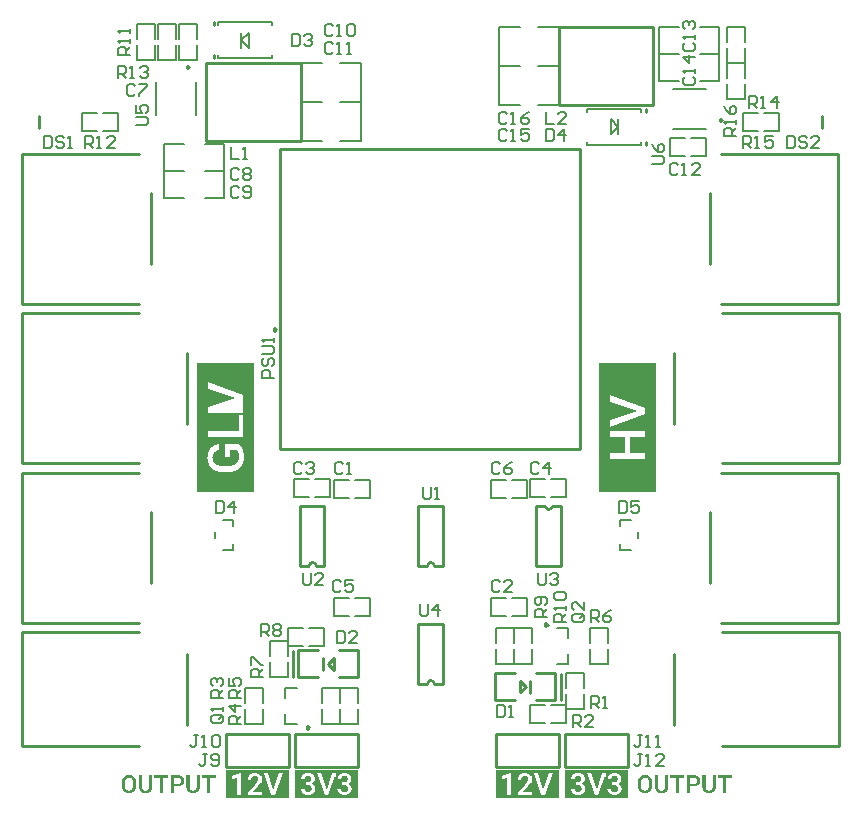
<source format=gto>
G04*
G04 #@! TF.GenerationSoftware,Altium Limited,Altium Designer,20.1.12 (249)*
G04*
G04 Layer_Color=65535*
%FSLAX25Y25*%
%MOIN*%
G70*
G04*
G04 #@! TF.SameCoordinates,187957CB-44C1-49C2-83CB-A2E739709334*
G04*
G04*
G04 #@! TF.FilePolarity,Positive*
G04*
G01*
G75*
%ADD10C,0.01000*%
%ADD11C,0.00984*%
%ADD12C,0.00800*%
%ADD13C,0.00787*%
G36*
X468947Y353000D02*
Y310000D01*
X450053D01*
Y353000D01*
X468947D01*
D02*
G37*
G36*
X459500Y208000D02*
X438539D01*
Y217099D01*
X459500D01*
Y208000D01*
D02*
G37*
G36*
X316826Y211504D02*
Y211500D01*
Y211495D01*
Y211481D01*
Y211463D01*
X316821Y211412D01*
X316816Y211347D01*
X316807Y211269D01*
X316793Y211176D01*
X316775Y211075D01*
X316752Y210964D01*
X316719Y210848D01*
X316678Y210728D01*
X316627Y210603D01*
X316572Y210479D01*
X316502Y210354D01*
X316419Y210234D01*
X316327Y210118D01*
X316220Y210012D01*
X316216Y210008D01*
X316193Y209989D01*
X316160Y209961D01*
X316110Y209924D01*
X316050Y209883D01*
X315976Y209837D01*
X315893Y209790D01*
X315795Y209740D01*
X315685Y209684D01*
X315564Y209638D01*
X315435Y209592D01*
X315292Y209550D01*
X315139Y209513D01*
X314973Y209485D01*
X314802Y209467D01*
X314617Y209462D01*
X314548D01*
X314520Y209467D01*
X314451Y209472D01*
X314363Y209481D01*
X314266Y209490D01*
X314155Y209509D01*
X314035Y209532D01*
X313911Y209559D01*
X313781Y209596D01*
X313647Y209638D01*
X313509Y209689D01*
X313379Y209753D01*
X313245Y209823D01*
X313121Y209906D01*
X313005Y210003D01*
X313000Y210008D01*
X312977Y210026D01*
X312949Y210058D01*
X312913Y210104D01*
X312866Y210160D01*
X312815Y210225D01*
X312765Y210303D01*
X312709Y210396D01*
X312654Y210497D01*
X312598Y210608D01*
X312548Y210733D01*
X312501Y210867D01*
X312464Y211010D01*
X312437Y211167D01*
X312414Y211333D01*
X312409Y211509D01*
Y215459D01*
X313435D01*
Y211500D01*
Y211495D01*
Y211472D01*
Y211444D01*
X313439Y211403D01*
X313444Y211352D01*
X313449Y211297D01*
X313458Y211232D01*
X313472Y211167D01*
X313509Y211019D01*
X313532Y210945D01*
X313559Y210867D01*
X313596Y210793D01*
X313638Y210724D01*
X313684Y210654D01*
X313735Y210594D01*
X313739Y210590D01*
X313749Y210580D01*
X313767Y210566D01*
X313790Y210548D01*
X313823Y210520D01*
X313860Y210497D01*
X313906Y210470D01*
X313957Y210442D01*
X314017Y210409D01*
X314081Y210382D01*
X314155Y210359D01*
X314234Y210335D01*
X314322Y210312D01*
X314414Y210299D01*
X314511Y210289D01*
X314617Y210285D01*
X314645D01*
X314668Y210289D01*
X314696D01*
X314728Y210294D01*
X314802Y210303D01*
X314895Y210322D01*
X314992Y210349D01*
X315102Y210391D01*
X315213Y210442D01*
X315320Y210507D01*
X315430Y210590D01*
X315481Y210636D01*
X315528Y210691D01*
X315574Y210747D01*
X315620Y210811D01*
X315662Y210881D01*
X315694Y210955D01*
X315726Y211033D01*
X315754Y211121D01*
X315777Y211213D01*
X315791Y211315D01*
X315800Y211421D01*
X315805Y211532D01*
Y215459D01*
X316826Y215459D01*
Y211504D01*
D02*
G37*
G36*
X301048Y211504D02*
Y211500D01*
Y211495D01*
Y211481D01*
Y211463D01*
X301044Y211412D01*
X301039Y211347D01*
X301030Y211269D01*
X301016Y211176D01*
X300998Y211075D01*
X300974Y210964D01*
X300942Y210848D01*
X300901Y210728D01*
X300850Y210603D01*
X300794Y210479D01*
X300725Y210354D01*
X300642Y210234D01*
X300549Y210118D01*
X300443Y210012D01*
X300439Y210008D01*
X300415Y209989D01*
X300383Y209961D01*
X300332Y209924D01*
X300272Y209883D01*
X300198Y209837D01*
X300115Y209790D01*
X300018Y209740D01*
X299907Y209684D01*
X299787Y209638D01*
X299658Y209592D01*
X299515Y209550D01*
X299362Y209513D01*
X299196Y209485D01*
X299025Y209467D01*
X298840Y209462D01*
X298771D01*
X298743Y209467D01*
X298674Y209472D01*
X298586Y209481D01*
X298489Y209490D01*
X298378Y209509D01*
X298258Y209532D01*
X298133Y209559D01*
X298004Y209596D01*
X297870Y209638D01*
X297731Y209689D01*
X297602Y209753D01*
X297468Y209823D01*
X297343Y209906D01*
X297228Y210003D01*
X297223Y210008D01*
X297200Y210026D01*
X297172Y210058D01*
X297135Y210104D01*
X297089Y210160D01*
X297038Y210225D01*
X296987Y210303D01*
X296932Y210396D01*
X296877Y210497D01*
X296821Y210608D01*
X296770Y210733D01*
X296724Y210867D01*
X296687Y211010D01*
X296659Y211167D01*
X296636Y211333D01*
X296632Y211509D01*
Y215459D01*
X297657D01*
Y211500D01*
Y211495D01*
Y211472D01*
Y211444D01*
X297662Y211403D01*
X297667Y211352D01*
X297671Y211297D01*
X297680Y211232D01*
X297694Y211167D01*
X297731Y211019D01*
X297754Y210945D01*
X297782Y210867D01*
X297819Y210793D01*
X297861Y210724D01*
X297907Y210654D01*
X297958Y210594D01*
X297962Y210590D01*
X297972Y210580D01*
X297990Y210566D01*
X298013Y210548D01*
X298045Y210520D01*
X298082Y210497D01*
X298129Y210470D01*
X298179Y210442D01*
X298239Y210409D01*
X298304Y210382D01*
X298378Y210359D01*
X298457Y210335D01*
X298544Y210312D01*
X298637Y210299D01*
X298734Y210289D01*
X298840Y210285D01*
X298868D01*
X298891Y210289D01*
X298919D01*
X298951Y210294D01*
X299025Y210303D01*
X299117Y210322D01*
X299214Y210349D01*
X299325Y210391D01*
X299436Y210442D01*
X299542Y210507D01*
X299653Y210590D01*
X299704Y210636D01*
X299750Y210691D01*
X299796Y210747D01*
X299843Y210811D01*
X299884Y210881D01*
X299917Y210955D01*
X299949Y211033D01*
X299977Y211121D01*
X300000Y211213D01*
X300013Y211315D01*
X300023Y211421D01*
X300027Y211532D01*
Y215459D01*
X301048D01*
Y211504D01*
D02*
G37*
G36*
X322194Y214632D02*
X320351D01*
Y209545D01*
X319334D01*
Y214632D01*
X317505D01*
Y215459D01*
X322194D01*
Y214632D01*
D02*
G37*
G36*
X309549Y215455D02*
X309614Y215450D01*
X309702Y215445D01*
X309794Y215431D01*
X309905Y215418D01*
X310020Y215394D01*
X310141Y215367D01*
X310270Y215334D01*
X310399Y215293D01*
X310533Y215242D01*
X310663Y215182D01*
X310787Y215113D01*
X310908Y215034D01*
X311023Y214942D01*
X311028Y214937D01*
X311046Y214919D01*
X311078Y214886D01*
X311115Y214849D01*
X311157Y214794D01*
X311208Y214734D01*
X311263Y214660D01*
X311319Y214577D01*
X311369Y214484D01*
X311425Y214383D01*
X311476Y214267D01*
X311517Y214147D01*
X311554Y214018D01*
X311587Y213879D01*
X311605Y213731D01*
X311610Y213574D01*
Y213569D01*
Y213565D01*
Y213551D01*
Y213537D01*
X311605Y213491D01*
X311600Y213431D01*
X311591Y213357D01*
X311577Y213274D01*
X311563Y213181D01*
X311540Y213080D01*
X311508Y212973D01*
X311471Y212863D01*
X311425Y212752D01*
X311369Y212636D01*
X311305Y212525D01*
X311226Y212419D01*
X311139Y212317D01*
X311037Y212221D01*
X311032Y212216D01*
X311009Y212202D01*
X310977Y212174D01*
X310931Y212147D01*
X310875Y212110D01*
X310801Y212068D01*
X310718Y212027D01*
X310626Y211980D01*
X310515Y211934D01*
X310399Y211893D01*
X310265Y211851D01*
X310122Y211814D01*
X309970Y211786D01*
X309803Y211763D01*
X309628Y211745D01*
X309438Y211740D01*
X308219D01*
Y209545D01*
X307188D01*
Y215459D01*
X309522D01*
X309549Y215455D01*
D02*
G37*
G36*
X306417Y214632D02*
X304573D01*
Y209545D01*
X303557D01*
Y214632D01*
X301728D01*
Y215459D01*
X306417D01*
Y214632D01*
D02*
G37*
G36*
X293370Y215533D02*
X293435Y215528D01*
X293509Y215519D01*
X293592Y215510D01*
X293684Y215496D01*
X293781Y215478D01*
X293883Y215450D01*
X293989Y215422D01*
X294095Y215390D01*
X294206Y215348D01*
X294317Y215302D01*
X294423Y215247D01*
X294530Y215187D01*
X294534Y215182D01*
X294553Y215173D01*
X294585Y215150D01*
X294622Y215122D01*
X294668Y215085D01*
X294724Y215043D01*
X294784Y214992D01*
X294848Y214932D01*
X294918Y214863D01*
X294987Y214789D01*
X295056Y214711D01*
X295130Y214618D01*
X295199Y214521D01*
X295269Y214420D01*
X295334Y214309D01*
X295393Y214189D01*
X295398Y214179D01*
X295407Y214161D01*
X295421Y214124D01*
X295440Y214073D01*
X295463Y214013D01*
X295491Y213939D01*
X295518Y213851D01*
X295546Y213754D01*
X295574Y213648D01*
X295601Y213533D01*
X295629Y213408D01*
X295652Y213274D01*
X295671Y213135D01*
X295689Y212987D01*
X295698Y212835D01*
X295703Y212673D01*
Y212345D01*
Y212341D01*
Y212336D01*
Y212322D01*
Y212308D01*
Y212262D01*
X295698Y212197D01*
X295694Y212123D01*
X295689Y212036D01*
X295680Y211934D01*
X295666Y211828D01*
X295648Y211712D01*
X295629Y211588D01*
X295606Y211463D01*
X295578Y211333D01*
X295541Y211199D01*
X295500Y211070D01*
X295454Y210941D01*
X295403Y210816D01*
X295398Y210807D01*
X295389Y210788D01*
X295370Y210756D01*
X295347Y210710D01*
X295315Y210654D01*
X295278Y210590D01*
X295232Y210520D01*
X295181Y210446D01*
X295126Y210368D01*
X295061Y210285D01*
X294992Y210202D01*
X294913Y210118D01*
X294830Y210035D01*
X294742Y209957D01*
X294645Y209883D01*
X294543Y209813D01*
X294539Y209809D01*
X294520Y209800D01*
X294488Y209781D01*
X294446Y209758D01*
X294391Y209730D01*
X294326Y209703D01*
X294257Y209670D01*
X294174Y209638D01*
X294081Y209606D01*
X293984Y209573D01*
X293878Y209545D01*
X293767Y209518D01*
X293647Y209495D01*
X293522Y209476D01*
X293393Y209467D01*
X293259Y209462D01*
X293227D01*
X293190Y209467D01*
X293139D01*
X293074Y209472D01*
X293000Y209481D01*
X292917Y209490D01*
X292829Y209509D01*
X292732Y209527D01*
X292631Y209550D01*
X292525Y209578D01*
X292414Y209610D01*
X292303Y209652D01*
X292192Y209698D01*
X292081Y209753D01*
X291975Y209813D01*
X291970Y209818D01*
X291952Y209832D01*
X291919Y209850D01*
X291882Y209878D01*
X291836Y209915D01*
X291781Y209957D01*
X291721Y210012D01*
X291656Y210072D01*
X291587Y210137D01*
X291517Y210211D01*
X291443Y210294D01*
X291374Y210382D01*
X291300Y210479D01*
X291231Y210585D01*
X291166Y210696D01*
X291106Y210811D01*
X291102Y210821D01*
X291092Y210839D01*
X291078Y210876D01*
X291060Y210927D01*
X291037Y210987D01*
X291009Y211061D01*
X290981Y211149D01*
X290954Y211246D01*
X290926Y211347D01*
X290898Y211463D01*
X290870Y211588D01*
X290847Y211721D01*
X290829Y211860D01*
X290810Y212003D01*
X290801Y212156D01*
X290797Y212313D01*
Y212646D01*
Y212650D01*
Y212655D01*
Y212669D01*
Y212683D01*
Y212729D01*
X290801Y212789D01*
X290806Y212867D01*
X290815Y212955D01*
X290824Y213052D01*
X290834Y213158D01*
X290852Y213274D01*
X290870Y213399D01*
X290894Y213523D01*
X290926Y213653D01*
X290958Y213782D01*
X291000Y213916D01*
X291046Y214045D01*
X291102Y214170D01*
X291106Y214179D01*
X291115Y214198D01*
X291134Y214235D01*
X291157Y214281D01*
X291189Y214336D01*
X291231Y214397D01*
X291272Y214470D01*
X291328Y214544D01*
X291383Y214623D01*
X291448Y214706D01*
X291522Y214794D01*
X291600Y214877D01*
X291684Y214960D01*
X291771Y215039D01*
X291868Y215113D01*
X291970Y215182D01*
X291975Y215187D01*
X291998Y215196D01*
X292025Y215214D01*
X292067Y215237D01*
X292123Y215265D01*
X292187Y215293D01*
X292256Y215325D01*
X292340Y215362D01*
X292432Y215394D01*
X292529Y215427D01*
X292635Y215455D01*
X292746Y215482D01*
X292866Y215505D01*
X292986Y215524D01*
X293116Y215533D01*
X293250Y215538D01*
X293319D01*
X293370Y215533D01*
D02*
G37*
G36*
X346500Y208000D02*
X325539D01*
Y217099D01*
X346500D01*
Y208000D01*
D02*
G37*
G36*
X335000Y310000D02*
X316000D01*
Y353000D01*
X335000D01*
Y310000D01*
D02*
G37*
G36*
X488826Y211504D02*
Y211500D01*
Y211495D01*
Y211481D01*
Y211463D01*
X488821Y211412D01*
X488816Y211347D01*
X488807Y211269D01*
X488793Y211176D01*
X488775Y211075D01*
X488752Y210964D01*
X488719Y210848D01*
X488678Y210728D01*
X488627Y210603D01*
X488572Y210479D01*
X488502Y210354D01*
X488419Y210234D01*
X488327Y210118D01*
X488221Y210012D01*
X488216Y210008D01*
X488193Y209989D01*
X488160Y209961D01*
X488110Y209924D01*
X488050Y209883D01*
X487976Y209837D01*
X487892Y209790D01*
X487795Y209740D01*
X487685Y209684D01*
X487564Y209638D01*
X487435Y209592D01*
X487292Y209550D01*
X487139Y209513D01*
X486973Y209485D01*
X486802Y209467D01*
X486617Y209462D01*
X486548D01*
X486520Y209467D01*
X486451Y209472D01*
X486363Y209481D01*
X486266Y209490D01*
X486155Y209509D01*
X486035Y209532D01*
X485911Y209559D01*
X485781Y209596D01*
X485647Y209638D01*
X485508Y209689D01*
X485379Y209753D01*
X485245Y209823D01*
X485120Y209906D01*
X485005Y210003D01*
X485000Y210008D01*
X484977Y210026D01*
X484949Y210058D01*
X484913Y210104D01*
X484866Y210160D01*
X484816Y210225D01*
X484765Y210303D01*
X484709Y210396D01*
X484654Y210497D01*
X484598Y210608D01*
X484548Y210733D01*
X484501Y210867D01*
X484464Y211010D01*
X484437Y211167D01*
X484414Y211333D01*
X484409Y211509D01*
Y215459D01*
X485435D01*
Y211500D01*
Y211495D01*
Y211472D01*
Y211444D01*
X485439Y211403D01*
X485444Y211352D01*
X485449Y211297D01*
X485458Y211232D01*
X485472Y211167D01*
X485508Y211019D01*
X485532Y210945D01*
X485559Y210867D01*
X485596Y210793D01*
X485638Y210724D01*
X485684Y210654D01*
X485735Y210594D01*
X485740Y210590D01*
X485749Y210580D01*
X485767Y210566D01*
X485790Y210548D01*
X485823Y210520D01*
X485860Y210497D01*
X485906Y210470D01*
X485957Y210442D01*
X486017Y210409D01*
X486081Y210382D01*
X486155Y210359D01*
X486234Y210335D01*
X486322Y210312D01*
X486414Y210299D01*
X486511Y210289D01*
X486617Y210285D01*
X486645D01*
X486668Y210289D01*
X486696D01*
X486728Y210294D01*
X486802Y210303D01*
X486895Y210322D01*
X486992Y210349D01*
X487102Y210391D01*
X487213Y210442D01*
X487320Y210507D01*
X487430Y210590D01*
X487481Y210636D01*
X487528Y210691D01*
X487574Y210747D01*
X487620Y210811D01*
X487662Y210881D01*
X487694Y210955D01*
X487726Y211033D01*
X487754Y211121D01*
X487777Y211213D01*
X487791Y211315D01*
X487800Y211421D01*
X487805Y211532D01*
Y215459D01*
X488826Y215459D01*
Y211504D01*
D02*
G37*
G36*
X473048Y211504D02*
Y211500D01*
Y211495D01*
Y211481D01*
Y211463D01*
X473044Y211412D01*
X473039Y211347D01*
X473030Y211269D01*
X473016Y211176D01*
X472998Y211075D01*
X472974Y210964D01*
X472942Y210848D01*
X472901Y210728D01*
X472850Y210603D01*
X472794Y210479D01*
X472725Y210354D01*
X472642Y210234D01*
X472549Y210118D01*
X472443Y210012D01*
X472439Y210008D01*
X472415Y209989D01*
X472383Y209961D01*
X472332Y209924D01*
X472272Y209883D01*
X472198Y209837D01*
X472115Y209790D01*
X472018Y209740D01*
X471907Y209684D01*
X471787Y209638D01*
X471658Y209592D01*
X471515Y209550D01*
X471362Y209513D01*
X471196Y209485D01*
X471025Y209467D01*
X470840Y209462D01*
X470771D01*
X470743Y209467D01*
X470674Y209472D01*
X470586Y209481D01*
X470489Y209490D01*
X470378Y209509D01*
X470258Y209532D01*
X470133Y209559D01*
X470004Y209596D01*
X469870Y209638D01*
X469731Y209689D01*
X469602Y209753D01*
X469468Y209823D01*
X469343Y209906D01*
X469228Y210003D01*
X469223Y210008D01*
X469200Y210026D01*
X469172Y210058D01*
X469135Y210104D01*
X469089Y210160D01*
X469038Y210225D01*
X468987Y210303D01*
X468932Y210396D01*
X468877Y210497D01*
X468821Y210608D01*
X468770Y210733D01*
X468724Y210867D01*
X468687Y211010D01*
X468659Y211167D01*
X468636Y211333D01*
X468632Y211509D01*
Y215459D01*
X469657D01*
Y211500D01*
Y211495D01*
Y211472D01*
Y211444D01*
X469662Y211403D01*
X469667Y211352D01*
X469671Y211297D01*
X469680Y211232D01*
X469694Y211167D01*
X469731Y211019D01*
X469754Y210945D01*
X469782Y210867D01*
X469819Y210793D01*
X469861Y210724D01*
X469907Y210654D01*
X469958Y210594D01*
X469962Y210590D01*
X469972Y210580D01*
X469990Y210566D01*
X470013Y210548D01*
X470045Y210520D01*
X470082Y210497D01*
X470129Y210470D01*
X470179Y210442D01*
X470239Y210409D01*
X470304Y210382D01*
X470378Y210359D01*
X470457Y210335D01*
X470544Y210312D01*
X470637Y210299D01*
X470734Y210289D01*
X470840Y210285D01*
X470868D01*
X470891Y210289D01*
X470919D01*
X470951Y210294D01*
X471025Y210303D01*
X471117Y210322D01*
X471214Y210349D01*
X471325Y210391D01*
X471436Y210442D01*
X471542Y210507D01*
X471653Y210590D01*
X471704Y210636D01*
X471750Y210691D01*
X471796Y210747D01*
X471843Y210811D01*
X471884Y210881D01*
X471916Y210955D01*
X471949Y211033D01*
X471977Y211121D01*
X472000Y211213D01*
X472014Y211315D01*
X472023Y211421D01*
X472027Y211532D01*
Y215459D01*
X473048D01*
Y211504D01*
D02*
G37*
G36*
X494194Y214632D02*
X492351D01*
Y209545D01*
X491334D01*
Y214632D01*
X489505D01*
Y215459D01*
X494194D01*
Y214632D01*
D02*
G37*
G36*
X481549Y215455D02*
X481614Y215450D01*
X481702Y215445D01*
X481794Y215431D01*
X481905Y215418D01*
X482020Y215394D01*
X482141Y215367D01*
X482270Y215334D01*
X482399Y215293D01*
X482533Y215242D01*
X482663Y215182D01*
X482787Y215113D01*
X482907Y215034D01*
X483023Y214942D01*
X483028Y214937D01*
X483046Y214919D01*
X483078Y214886D01*
X483115Y214849D01*
X483157Y214794D01*
X483208Y214734D01*
X483263Y214660D01*
X483319Y214577D01*
X483369Y214484D01*
X483425Y214383D01*
X483476Y214267D01*
X483517Y214147D01*
X483554Y214018D01*
X483587Y213879D01*
X483605Y213731D01*
X483610Y213574D01*
Y213569D01*
Y213565D01*
Y213551D01*
Y213537D01*
X483605Y213491D01*
X483601Y213431D01*
X483591Y213357D01*
X483577Y213274D01*
X483564Y213181D01*
X483540Y213080D01*
X483508Y212973D01*
X483471Y212863D01*
X483425Y212752D01*
X483369Y212636D01*
X483305Y212525D01*
X483226Y212419D01*
X483139Y212317D01*
X483037Y212221D01*
X483032Y212216D01*
X483009Y212202D01*
X482977Y212174D01*
X482931Y212147D01*
X482875Y212110D01*
X482801Y212068D01*
X482718Y212027D01*
X482626Y211980D01*
X482515Y211934D01*
X482399Y211893D01*
X482265Y211851D01*
X482122Y211814D01*
X481970Y211786D01*
X481803Y211763D01*
X481628Y211745D01*
X481438Y211740D01*
X480219D01*
Y209545D01*
X479188D01*
Y215459D01*
X481522D01*
X481549Y215455D01*
D02*
G37*
G36*
X478417Y214632D02*
X476574D01*
Y209545D01*
X475557D01*
Y214632D01*
X473728D01*
Y215459D01*
X478417D01*
Y214632D01*
D02*
G37*
G36*
X465370Y215533D02*
X465435Y215528D01*
X465509Y215519D01*
X465592Y215510D01*
X465684Y215496D01*
X465781Y215478D01*
X465883Y215450D01*
X465989Y215422D01*
X466095Y215390D01*
X466206Y215348D01*
X466317Y215302D01*
X466423Y215247D01*
X466530Y215187D01*
X466534Y215182D01*
X466553Y215173D01*
X466585Y215150D01*
X466622Y215122D01*
X466668Y215085D01*
X466724Y215043D01*
X466784Y214992D01*
X466848Y214932D01*
X466918Y214863D01*
X466987Y214789D01*
X467056Y214711D01*
X467130Y214618D01*
X467200Y214521D01*
X467269Y214420D01*
X467334Y214309D01*
X467393Y214189D01*
X467398Y214179D01*
X467407Y214161D01*
X467421Y214124D01*
X467440Y214073D01*
X467463Y214013D01*
X467490Y213939D01*
X467518Y213851D01*
X467546Y213754D01*
X467574Y213648D01*
X467601Y213533D01*
X467629Y213408D01*
X467652Y213274D01*
X467671Y213135D01*
X467689Y212987D01*
X467698Y212835D01*
X467703Y212673D01*
Y212345D01*
Y212341D01*
Y212336D01*
Y212322D01*
Y212308D01*
Y212262D01*
X467698Y212197D01*
X467694Y212123D01*
X467689Y212036D01*
X467680Y211934D01*
X467666Y211828D01*
X467648Y211712D01*
X467629Y211588D01*
X467606Y211463D01*
X467578Y211333D01*
X467541Y211199D01*
X467500Y211070D01*
X467454Y210941D01*
X467403Y210816D01*
X467398Y210807D01*
X467389Y210788D01*
X467370Y210756D01*
X467347Y210710D01*
X467315Y210654D01*
X467278Y210590D01*
X467232Y210520D01*
X467181Y210446D01*
X467126Y210368D01*
X467061Y210285D01*
X466992Y210202D01*
X466913Y210118D01*
X466830Y210035D01*
X466742Y209957D01*
X466645Y209883D01*
X466543Y209813D01*
X466539Y209809D01*
X466520Y209800D01*
X466488Y209781D01*
X466446Y209758D01*
X466391Y209730D01*
X466326Y209703D01*
X466257Y209670D01*
X466174Y209638D01*
X466081Y209606D01*
X465984Y209573D01*
X465878Y209545D01*
X465767Y209518D01*
X465647Y209495D01*
X465522Y209476D01*
X465393Y209467D01*
X465259Y209462D01*
X465227D01*
X465190Y209467D01*
X465139D01*
X465074Y209472D01*
X465000Y209481D01*
X464917Y209490D01*
X464829Y209509D01*
X464732Y209527D01*
X464631Y209550D01*
X464525Y209578D01*
X464414Y209610D01*
X464303Y209652D01*
X464192Y209698D01*
X464081Y209753D01*
X463975Y209813D01*
X463970Y209818D01*
X463952Y209832D01*
X463919Y209850D01*
X463882Y209878D01*
X463836Y209915D01*
X463781Y209957D01*
X463721Y210012D01*
X463656Y210072D01*
X463587Y210137D01*
X463517Y210211D01*
X463443Y210294D01*
X463374Y210382D01*
X463300Y210479D01*
X463231Y210585D01*
X463166Y210696D01*
X463106Y210811D01*
X463101Y210821D01*
X463092Y210839D01*
X463078Y210876D01*
X463060Y210927D01*
X463037Y210987D01*
X463009Y211061D01*
X462981Y211149D01*
X462954Y211246D01*
X462926Y211347D01*
X462898Y211463D01*
X462871Y211588D01*
X462847Y211721D01*
X462829Y211860D01*
X462811Y212003D01*
X462801Y212156D01*
X462797Y212313D01*
Y212646D01*
Y212650D01*
Y212655D01*
Y212669D01*
Y212683D01*
Y212729D01*
X462801Y212789D01*
X462806Y212867D01*
X462815Y212955D01*
X462824Y213052D01*
X462834Y213158D01*
X462852Y213274D01*
X462871Y213399D01*
X462894Y213523D01*
X462926Y213653D01*
X462958Y213782D01*
X463000Y213916D01*
X463046Y214045D01*
X463101Y214170D01*
X463106Y214179D01*
X463115Y214198D01*
X463134Y214235D01*
X463157Y214281D01*
X463189Y214336D01*
X463231Y214397D01*
X463272Y214470D01*
X463328Y214544D01*
X463383Y214623D01*
X463448Y214706D01*
X463522Y214794D01*
X463600Y214877D01*
X463684Y214960D01*
X463771Y215039D01*
X463869Y215113D01*
X463970Y215182D01*
X463975Y215187D01*
X463998Y215196D01*
X464025Y215214D01*
X464067Y215237D01*
X464123Y215265D01*
X464187Y215293D01*
X464256Y215325D01*
X464340Y215362D01*
X464432Y215394D01*
X464529Y215427D01*
X464635Y215455D01*
X464746Y215482D01*
X464866Y215505D01*
X464987Y215524D01*
X465116Y215533D01*
X465250Y215538D01*
X465319D01*
X465370Y215533D01*
D02*
G37*
G36*
X436500Y208000D02*
X415539D01*
Y217099D01*
X436500D01*
Y208000D01*
D02*
G37*
G36*
X369500D02*
X348539D01*
Y217099D01*
X369500D01*
Y208000D01*
D02*
G37*
%LPC*%
G36*
X465420Y342133D02*
X453580D01*
Y339876D01*
X462849Y336870D01*
X453580Y333891D01*
Y331643D01*
D01*
X465420Y335880D01*
Y342133D01*
D02*
G37*
G36*
Y330265D02*
X453580D01*
Y328212D01*
X458510D01*
Y322921D01*
X453580D01*
Y320867D01*
X465420D01*
Y330265D01*
D02*
G37*
%LPD*%
G36*
Y337878D02*
X453580Y342133D01*
X465420D01*
Y337878D01*
D02*
G37*
G36*
Y322921D02*
X460166D01*
Y328212D01*
X465420D01*
Y322921D01*
D02*
G37*
%LPC*%
G36*
X455111Y216199D02*
X454950D01*
X454833Y216188D01*
X454611Y216160D01*
X454511Y216138D01*
X454417Y216115D01*
X454322Y216093D01*
X454245Y216071D01*
X454167Y216049D01*
X454101Y216027D01*
X454039Y216004D01*
X453995Y215982D01*
X453951Y215966D01*
X453923Y215954D01*
X453906Y215949D01*
X453901Y215943D01*
X453718Y215844D01*
X453634Y215788D01*
X453557Y215727D01*
X453484Y215671D01*
X453418Y215610D01*
X453357Y215555D01*
X453301Y215499D01*
X453251Y215450D01*
X453212Y215400D01*
X453174Y215355D01*
X453146Y215316D01*
X453124Y215288D01*
X453101Y215266D01*
X453096Y215250D01*
X453090Y215244D01*
X453041Y215161D01*
X452996Y215072D01*
X452957Y214989D01*
X452924Y214900D01*
X452874Y214734D01*
X452841Y214584D01*
X452824Y214511D01*
X452818Y214451D01*
X452813Y214389D01*
X452807Y214345D01*
X452802Y214306D01*
Y214273D01*
Y214256D01*
Y214251D01*
X453990D01*
X453995Y214334D01*
X454001Y214412D01*
X454039Y214550D01*
X454084Y214672D01*
X454145Y214778D01*
X454200Y214861D01*
X454223Y214895D01*
X454245Y214922D01*
X454267Y214944D01*
X454284Y214961D01*
X454289Y214967D01*
X454295Y214972D01*
X454356Y215022D01*
X454417Y215067D01*
X454484Y215100D01*
X454550Y215133D01*
X454683Y215183D01*
X454805Y215216D01*
X454916Y215233D01*
X454961Y215244D01*
X455005D01*
X455038Y215250D01*
X455083D01*
X455183Y215244D01*
X455272Y215239D01*
X455360Y215222D01*
X455438Y215205D01*
X455510Y215183D01*
X455577Y215161D01*
X455638Y215133D01*
X455693Y215111D01*
X455738Y215083D01*
X455782Y215055D01*
X455816Y215033D01*
X455843Y215011D01*
X455865Y214994D01*
X455882Y214978D01*
X455888Y214972D01*
X455893Y214967D01*
X455938Y214911D01*
X455982Y214850D01*
X456049Y214722D01*
X456093Y214595D01*
X456126Y214467D01*
X456148Y214356D01*
X456154Y214306D01*
Y214262D01*
X456160Y214229D01*
Y214201D01*
Y214184D01*
Y214178D01*
X456154Y214084D01*
X456148Y213990D01*
X456132Y213907D01*
X456110Y213829D01*
X456087Y213757D01*
X456060Y213690D01*
X456026Y213629D01*
X455999Y213574D01*
X455971Y213529D01*
X455938Y213485D01*
X455910Y213452D01*
X455888Y213418D01*
X455865Y213396D01*
X455854Y213379D01*
X455843Y213374D01*
X455838Y213368D01*
X455777Y213318D01*
X455710Y213279D01*
X455638Y213241D01*
X455571Y213207D01*
X455427Y213157D01*
X455288Y213124D01*
X455222Y213113D01*
X455161Y213107D01*
X455111Y213102D01*
X455061Y213096D01*
X455027Y213091D01*
X454250D01*
Y212153D01*
X454950D01*
X455066Y212147D01*
X455183Y212142D01*
X455283Y212125D01*
X455377Y212103D01*
X455466Y212081D01*
X455549Y212058D01*
X455621Y212031D01*
X455688Y212003D01*
X455743Y211970D01*
X455793Y211942D01*
X455838Y211920D01*
X455871Y211897D01*
X455899Y211875D01*
X455915Y211859D01*
X455927Y211853D01*
X455932Y211847D01*
X455993Y211787D01*
X456043Y211725D01*
X456087Y211659D01*
X456126Y211587D01*
X456160Y211514D01*
X456182Y211442D01*
X456226Y211304D01*
X456237Y211243D01*
X456248Y211181D01*
X456254Y211126D01*
X456259Y211082D01*
X456265Y211043D01*
Y211010D01*
Y210993D01*
Y210987D01*
X456259Y210887D01*
X456254Y210793D01*
X456237Y210704D01*
X456215Y210621D01*
X456193Y210543D01*
X456165Y210477D01*
X456137Y210410D01*
X456110Y210355D01*
X456076Y210305D01*
X456049Y210260D01*
X456021Y210221D01*
X455999Y210194D01*
X455976Y210171D01*
X455960Y210155D01*
X455954Y210144D01*
X455949Y210138D01*
X455888Y210088D01*
X455821Y210044D01*
X455749Y210005D01*
X455682Y209972D01*
X455538Y209922D01*
X455399Y209888D01*
X455333Y209872D01*
X455272Y209866D01*
X455222Y209861D01*
X455172Y209855D01*
X455138Y209850D01*
X455083D01*
X454983Y209855D01*
X454894Y209861D01*
X454805Y209877D01*
X454728Y209894D01*
X454650Y209916D01*
X454578Y209938D01*
X454517Y209966D01*
X454461Y209994D01*
X454406Y210022D01*
X454361Y210049D01*
X454322Y210071D01*
X454289Y210094D01*
X454267Y210110D01*
X454250Y210127D01*
X454239Y210133D01*
X454234Y210138D01*
X454178Y210194D01*
X454134Y210255D01*
X454089Y210316D01*
X454056Y210382D01*
X454001Y210510D01*
X453962Y210627D01*
X453940Y210737D01*
X453934Y210782D01*
X453929Y210821D01*
X453923Y210854D01*
Y210876D01*
Y210893D01*
Y210898D01*
X452735D01*
D01*
X452741Y210732D01*
X452763Y210577D01*
X452796Y210427D01*
X452835Y210288D01*
X452885Y210160D01*
X452941Y210044D01*
X453002Y209933D01*
X453063Y209833D01*
X453118Y209744D01*
X453179Y209666D01*
X453235Y209600D01*
X453285Y209544D01*
X453324Y209500D01*
X453357Y209472D01*
X453379Y209450D01*
X453385Y209444D01*
X453512Y209350D01*
X453645Y209267D01*
X453784Y209195D01*
X453923Y209128D01*
X454067Y209078D01*
X454206Y209034D01*
X454339Y208995D01*
X454472Y208967D01*
X454595Y208945D01*
X454705Y208928D01*
X454811Y208917D01*
X454894Y208912D01*
X454966Y208906D01*
X455022Y208900D01*
X452735D01*
X457447D01*
Y210987D01*
X457442Y211098D01*
X457436Y211204D01*
X457397Y211398D01*
X457375Y211487D01*
X457353Y211570D01*
X457325Y211648D01*
X457297Y211720D01*
X457264Y211787D01*
X457236Y211842D01*
X457214Y211892D01*
X457192Y211931D01*
X457170Y211964D01*
X457153Y211992D01*
X457148Y212003D01*
X457142Y212009D01*
X457081Y212086D01*
X457014Y212158D01*
X456876Y212286D01*
X456726Y212397D01*
X456581Y212486D01*
X456515Y212525D01*
X456454Y212552D01*
X456398Y212580D01*
X456348Y212602D01*
X456309Y212619D01*
X456282Y212630D01*
X456259Y212641D01*
X456254D01*
X456426Y212730D01*
X456581Y212830D01*
X456715Y212935D01*
X456776Y212985D01*
X456826Y213035D01*
X456876Y213085D01*
X456914Y213130D01*
X456953Y213168D01*
X456981Y213207D01*
X457003Y213235D01*
X457025Y213257D01*
X457031Y213268D01*
X457036Y213274D01*
X457092Y213352D01*
X457136Y213435D01*
X457181Y213512D01*
X457214Y213590D01*
X457270Y213746D01*
X457303Y213884D01*
X457314Y213945D01*
X457325Y214001D01*
X457331Y214051D01*
X457336Y214090D01*
X457342Y214129D01*
Y214151D01*
Y214167D01*
Y214173D01*
X457336Y214345D01*
X457314Y214511D01*
X457286Y214667D01*
X457247Y214806D01*
X457203Y214939D01*
X457153Y215061D01*
X457097Y215172D01*
X457042Y215277D01*
X456981Y215366D01*
X456931Y215444D01*
X456876Y215511D01*
X456831Y215561D01*
X456792Y215605D01*
X456765Y215638D01*
X456742Y215655D01*
X456737Y215660D01*
X456620Y215755D01*
X456493Y215838D01*
X456359Y215910D01*
X456221Y215971D01*
X456082Y216027D01*
X455943Y216066D01*
X455804Y216104D01*
X455677Y216132D01*
X455549Y216154D01*
X455438Y216171D01*
X455333Y216182D01*
X455244Y216193D01*
X455166D01*
X455111Y216199D01*
D02*
G37*
G36*
X442967D02*
X442806D01*
X442690Y216188D01*
X442468Y216160D01*
X442368Y216138D01*
X442274Y216115D01*
X442179Y216093D01*
X442101Y216071D01*
X442024Y216049D01*
X441957Y216027D01*
X441896Y216004D01*
X441852Y215982D01*
X441807Y215966D01*
X441780Y215954D01*
X441763Y215949D01*
X441757Y215943D01*
X441574Y215844D01*
X441491Y215788D01*
X441413Y215727D01*
X441341Y215671D01*
X441274Y215610D01*
X441213Y215555D01*
X441158Y215499D01*
X441108Y215450D01*
X441069Y215400D01*
X441030Y215355D01*
X441003Y215316D01*
X440980Y215288D01*
X440958Y215266D01*
X440953Y215250D01*
X440947Y215244D01*
X440897Y215161D01*
X440853Y215072D01*
X440814Y214989D01*
X440780Y214900D01*
X440731Y214734D01*
X440697Y214584D01*
X440681Y214511D01*
X440675Y214451D01*
X440669Y214389D01*
X440664Y214345D01*
X440658Y214306D01*
Y214273D01*
Y214256D01*
Y214251D01*
X441846D01*
X441852Y214334D01*
X441857Y214412D01*
X441896Y214550D01*
X441940Y214672D01*
X442001Y214778D01*
X442057Y214861D01*
X442079Y214895D01*
X442101Y214922D01*
X442124Y214944D01*
X442140Y214961D01*
X442146Y214967D01*
X442151Y214972D01*
X442212Y215022D01*
X442274Y215067D01*
X442340Y215100D01*
X442407Y215133D01*
X442540Y215183D01*
X442662Y215216D01*
X442773Y215233D01*
X442817Y215244D01*
X442862D01*
X442895Y215250D01*
X442940D01*
X443039Y215244D01*
X443128Y215239D01*
X443217Y215222D01*
X443295Y215205D01*
X443367Y215183D01*
X443433Y215161D01*
X443495Y215133D01*
X443550Y215111D01*
X443594Y215083D01*
X443639Y215055D01*
X443672Y215033D01*
X443700Y215011D01*
X443722Y214994D01*
X443739Y214978D01*
X443744Y214972D01*
X443750Y214967D01*
X443794Y214911D01*
X443839Y214850D01*
X443905Y214722D01*
X443950Y214595D01*
X443983Y214467D01*
X444005Y214356D01*
X444011Y214306D01*
Y214262D01*
X444016Y214229D01*
Y214201D01*
Y214184D01*
Y214178D01*
X444011Y214084D01*
X444005Y213990D01*
X443988Y213907D01*
X443966Y213829D01*
X443944Y213757D01*
X443916Y213690D01*
X443883Y213629D01*
X443855Y213574D01*
X443827Y213529D01*
X443794Y213485D01*
X443766Y213452D01*
X443744Y213418D01*
X443722Y213396D01*
X443711Y213379D01*
X443700Y213374D01*
X443694Y213368D01*
X443633Y213318D01*
X443567Y213279D01*
X443495Y213241D01*
X443428Y213207D01*
X443284Y213157D01*
X443145Y213124D01*
X443078Y213113D01*
X443017Y213107D01*
X442967Y213102D01*
X442917Y213096D01*
X442884Y213091D01*
X442107D01*
Y212153D01*
X442806D01*
X442923Y212147D01*
X443039Y212142D01*
X443139Y212125D01*
X443234Y212103D01*
X443322Y212081D01*
X443406Y212058D01*
X443478Y212031D01*
X443544Y212003D01*
X443600Y211970D01*
X443650Y211942D01*
X443694Y211920D01*
X443728Y211897D01*
X443755Y211875D01*
X443772Y211859D01*
X443783Y211853D01*
X443789Y211847D01*
X443850Y211787D01*
X443900Y211725D01*
X443944Y211659D01*
X443983Y211587D01*
X444016Y211514D01*
X444038Y211442D01*
X444083Y211304D01*
X444094Y211243D01*
X444105Y211181D01*
X444110Y211126D01*
X444116Y211082D01*
X444122Y211043D01*
Y211010D01*
Y210993D01*
Y210987D01*
X444116Y210887D01*
X444110Y210793D01*
X444094Y210704D01*
X444072Y210621D01*
X444050Y210543D01*
X444022Y210477D01*
X443994Y210410D01*
X443966Y210355D01*
X443933Y210305D01*
X443905Y210260D01*
X443877Y210221D01*
X443855Y210194D01*
X443833Y210171D01*
X443816Y210155D01*
X443811Y210144D01*
X443805Y210138D01*
X443744Y210088D01*
X443678Y210044D01*
X443606Y210005D01*
X443539Y209972D01*
X443395Y209922D01*
X443256Y209888D01*
X443189Y209872D01*
X443128Y209866D01*
X443078Y209861D01*
X443028Y209855D01*
X442995Y209850D01*
X442940D01*
X442840Y209855D01*
X442751Y209861D01*
X442662Y209877D01*
X442584Y209894D01*
X442507Y209916D01*
X442434Y209938D01*
X442373Y209966D01*
X442318Y209994D01*
X442262Y210022D01*
X442218Y210049D01*
X442179Y210071D01*
X442146Y210094D01*
X442124Y210110D01*
X442107Y210127D01*
X442096Y210133D01*
X442090Y210138D01*
X442035Y210194D01*
X441990Y210255D01*
X441946Y210316D01*
X441913Y210382D01*
X441857Y210510D01*
X441818Y210627D01*
X441796Y210737D01*
X441791Y210782D01*
X441785Y210821D01*
X441780Y210854D01*
Y210876D01*
Y210893D01*
Y210898D01*
X440592D01*
D01*
X440597Y210732D01*
X440620Y210577D01*
X440653Y210427D01*
X440692Y210288D01*
X440742Y210160D01*
X440797Y210044D01*
X440858Y209933D01*
X440919Y209833D01*
X440975Y209744D01*
X441036Y209666D01*
X441091Y209600D01*
X441141Y209544D01*
X441180Y209500D01*
X441213Y209472D01*
X441236Y209450D01*
X441241Y209444D01*
X441369Y209350D01*
X441502Y209267D01*
X441641Y209195D01*
X441780Y209128D01*
X441924Y209078D01*
X442063Y209034D01*
X442196Y208995D01*
X442329Y208967D01*
X442451Y208945D01*
X442562Y208928D01*
X442667Y208917D01*
X442751Y208912D01*
X442823Y208906D01*
X442878Y208900D01*
X440592D01*
X445304D01*
Y210987D01*
X445298Y211098D01*
X445293Y211204D01*
X445254Y211398D01*
X445232Y211487D01*
X445209Y211570D01*
X445182Y211648D01*
X445154Y211720D01*
X445121Y211787D01*
X445093Y211842D01*
X445071Y211892D01*
X445049Y211931D01*
X445026Y211964D01*
X445010Y211992D01*
X445004Y212003D01*
X444999Y212009D01*
X444938Y212086D01*
X444871Y212158D01*
X444732Y212286D01*
X444582Y212397D01*
X444438Y212486D01*
X444371Y212525D01*
X444310Y212552D01*
X444255Y212580D01*
X444205Y212602D01*
X444166Y212619D01*
X444138Y212630D01*
X444116Y212641D01*
X444110D01*
X444283Y212730D01*
X444438Y212830D01*
X444571Y212935D01*
X444632Y212985D01*
X444682Y213035D01*
X444732Y213085D01*
X444771Y213130D01*
X444810Y213168D01*
X444838Y213207D01*
X444860Y213235D01*
X444882Y213257D01*
X444887Y213268D01*
X444893Y213274D01*
X444949Y213352D01*
X444993Y213435D01*
X445037Y213512D01*
X445071Y213590D01*
X445126Y213746D01*
X445159Y213884D01*
X445171Y213945D01*
X445182Y214001D01*
X445187Y214051D01*
X445193Y214090D01*
X445198Y214129D01*
Y214151D01*
Y214167D01*
Y214173D01*
X445193Y214345D01*
X445171Y214511D01*
X445143Y214667D01*
X445104Y214806D01*
X445060Y214939D01*
X445010Y215061D01*
X444954Y215172D01*
X444899Y215277D01*
X444838Y215366D01*
X444788Y215444D01*
X444732Y215511D01*
X444688Y215561D01*
X444649Y215605D01*
X444621Y215638D01*
X444599Y215655D01*
X444593Y215660D01*
X444477Y215755D01*
X444349Y215838D01*
X444216Y215910D01*
X444077Y215971D01*
X443938Y216027D01*
X443800Y216066D01*
X443661Y216104D01*
X443533Y216132D01*
X443406Y216154D01*
X443295Y216171D01*
X443189Y216182D01*
X443100Y216193D01*
X443023D01*
X442967Y216199D01*
D02*
G37*
G36*
X452269Y216104D02*
D01*
Y209000D01*
X449716D01*
X452269Y216104D01*
X450915D01*
X449111Y210543D01*
X447324Y216104D01*
X445975D01*
D01*
X448517Y209000D01*
X445975D01*
D01*
X452269D01*
Y216104D01*
D02*
G37*
%LPD*%
G36*
X457447Y208900D02*
X455066D01*
X455261Y208906D01*
X455449Y208923D01*
X455621Y208950D01*
X455788Y208989D01*
X455943Y209028D01*
X456082Y209078D01*
X456215Y209128D01*
X456332Y209184D01*
X456437Y209233D01*
X456531Y209283D01*
X456609Y209333D01*
X456676Y209372D01*
X456726Y209411D01*
X456765Y209439D01*
X456787Y209455D01*
X456792Y209461D01*
X456909Y209572D01*
X457009Y209689D01*
X457097Y209811D01*
X457170Y209938D01*
X457236Y210066D01*
X457286Y210194D01*
X457331Y210316D01*
X457364Y210438D01*
X457392Y210549D01*
X457414Y210654D01*
X457425Y210749D01*
X457436Y210826D01*
X457442Y210893D01*
X457447Y210943D01*
Y208900D01*
D02*
G37*
G36*
X445304D02*
X442923D01*
X443117Y208906D01*
X443306Y208923D01*
X443478Y208950D01*
X443644Y208989D01*
X443800Y209028D01*
X443938Y209078D01*
X444072Y209128D01*
X444188Y209184D01*
X444294Y209233D01*
X444388Y209283D01*
X444466Y209333D01*
X444532Y209372D01*
X444582Y209411D01*
X444621Y209439D01*
X444643Y209455D01*
X444649Y209461D01*
X444765Y209572D01*
X444865Y209689D01*
X444954Y209811D01*
X445026Y209938D01*
X445093Y210066D01*
X445143Y210194D01*
X445187Y210316D01*
X445221Y210438D01*
X445248Y210549D01*
X445270Y210654D01*
X445282Y210749D01*
X445293Y210826D01*
X445298Y210893D01*
X445304Y210943D01*
Y208900D01*
D02*
G37*
%LPC*%
G36*
X309480Y214632D02*
X308219D01*
Y212567D01*
X309503D01*
X309545Y212572D01*
X309591Y212576D01*
X309642Y212581D01*
X309702Y212590D01*
X309762Y212599D01*
X309900Y212627D01*
X310039Y212673D01*
X310104Y212706D01*
X310168Y212738D01*
X310233Y212775D01*
X310288Y212821D01*
X310293Y212826D01*
X310302Y212835D01*
X310316Y212849D01*
X310335Y212867D01*
X310353Y212895D01*
X310381Y212927D01*
X310404Y212969D01*
X310432Y213011D01*
X310459Y213061D01*
X310482Y213117D01*
X310510Y213177D01*
X310529Y213246D01*
X310547Y213320D01*
X310561Y213399D01*
X310570Y213482D01*
X310575Y213569D01*
Y213574D01*
Y213593D01*
Y213616D01*
X310570Y213648D01*
X310566Y213690D01*
X310561Y213736D01*
X310552Y213791D01*
X310538Y213847D01*
X310506Y213967D01*
X310482Y214032D01*
X310450Y214096D01*
X310418Y214161D01*
X310381Y214221D01*
X310335Y214281D01*
X310284Y214336D01*
X310279Y214341D01*
X310270Y214350D01*
X310251Y214364D01*
X310228Y214383D01*
X310201Y214401D01*
X310164Y214429D01*
X310122Y214452D01*
X310076Y214480D01*
X310020Y214507D01*
X309960Y214535D01*
X309896Y214558D01*
X309822Y214581D01*
X309743Y214600D01*
X309660Y214618D01*
X309572Y214628D01*
X309480Y214632D01*
D02*
G37*
G36*
X293250Y214683D02*
X293222D01*
X293185Y214678D01*
X293139Y214674D01*
X293084Y214669D01*
X293019Y214655D01*
X292950Y214641D01*
X292871Y214618D01*
X292788Y214591D01*
X292705Y214554D01*
X292617Y214512D01*
X292529Y214461D01*
X292441Y214401D01*
X292358Y214332D01*
X292280Y214253D01*
X292206Y214161D01*
X292201Y214156D01*
X292192Y214138D01*
X292173Y214106D01*
X292146Y214064D01*
X292118Y214013D01*
X292086Y213944D01*
X292053Y213870D01*
X292016Y213782D01*
X291984Y213680D01*
X291947Y213569D01*
X291915Y213449D01*
X291887Y213315D01*
X291864Y213172D01*
X291845Y213020D01*
X291831Y212858D01*
X291827Y212683D01*
Y212345D01*
Y212341D01*
Y212336D01*
Y212322D01*
Y212304D01*
Y212281D01*
X291831Y212253D01*
Y212183D01*
X291841Y212105D01*
X291845Y212008D01*
X291859Y211906D01*
X291873Y211791D01*
X291896Y211671D01*
X291919Y211551D01*
X291952Y211426D01*
X291989Y211297D01*
X292030Y211176D01*
X292081Y211056D01*
X292141Y210945D01*
X292206Y210839D01*
X292210Y210835D01*
X292224Y210816D01*
X292247Y210788D01*
X292275Y210756D01*
X292317Y210714D01*
X292363Y210673D01*
X292418Y210622D01*
X292478Y210576D01*
X292552Y210525D01*
X292631Y210474D01*
X292714Y210433D01*
X292811Y210391D01*
X292913Y210359D01*
X293019Y210331D01*
X293134Y210312D01*
X293259Y210308D01*
X293291D01*
X293324Y210312D01*
X293370Y210317D01*
X293430Y210322D01*
X293495Y210335D01*
X293569Y210349D01*
X293647Y210372D01*
X293730Y210400D01*
X293813Y210433D01*
X293901Y210474D01*
X293989Y210525D01*
X294077Y210585D01*
X294160Y210654D01*
X294234Y210733D01*
X294308Y210825D01*
X294312Y210830D01*
X294322Y210848D01*
X294340Y210881D01*
X294368Y210922D01*
X294396Y210978D01*
X294423Y211042D01*
X294460Y211121D01*
X294493Y211209D01*
X294525Y211310D01*
X294562Y211426D01*
X294590Y211551D01*
X294622Y211685D01*
X294645Y211832D01*
X294664Y211994D01*
X294673Y212165D01*
X294677Y212345D01*
Y212650D01*
Y212655D01*
Y212659D01*
Y212673D01*
Y212692D01*
Y212715D01*
X294673Y212742D01*
Y212812D01*
X294668Y212895D01*
X294659Y212987D01*
X294645Y213094D01*
X294631Y213209D01*
X294613Y213329D01*
X294585Y213449D01*
X294557Y213574D01*
X294520Y213699D01*
X294479Y213824D01*
X294428Y213944D01*
X294368Y214055D01*
X294303Y214156D01*
X294299Y214161D01*
X294285Y214179D01*
X294266Y214207D01*
X294234Y214239D01*
X294197Y214276D01*
X294151Y214323D01*
X294095Y214369D01*
X294035Y214420D01*
X293961Y214470D01*
X293883Y214517D01*
X293795Y214563D01*
X293703Y214600D01*
X293601Y214637D01*
X293490Y214660D01*
X293375Y214678D01*
X293250Y214683D01*
D02*
G37*
G36*
X337721Y216149D02*
D01*
Y209899D01*
X334424D01*
X336156Y211753D01*
X336278Y211892D01*
X336394Y212020D01*
X336505Y212147D01*
X336599Y212269D01*
X336688Y212386D01*
X336771Y212497D01*
X336844Y212597D01*
X336910Y212691D01*
X336966Y212774D01*
X337010Y212852D01*
X337055Y212919D01*
X337088Y212974D01*
X337110Y213013D01*
X337127Y213046D01*
X337138Y213069D01*
X337143Y213074D01*
X337199Y213185D01*
X337243Y213291D01*
X337282Y213396D01*
X337315Y213496D01*
X337371Y213685D01*
X337388Y213768D01*
X337404Y213851D01*
X337421Y213923D01*
X337426Y213990D01*
X337432Y214051D01*
X337438Y214095D01*
X337443Y214134D01*
Y214167D01*
Y214184D01*
Y214190D01*
X337438Y214356D01*
X337415Y214517D01*
X337388Y214661D01*
X337349Y214800D01*
X337304Y214928D01*
X337254Y215044D01*
X337199Y215155D01*
X337143Y215250D01*
X337088Y215338D01*
X337032Y215416D01*
X336982Y215477D01*
X336938Y215533D01*
X336899Y215572D01*
X336871Y215605D01*
X336849Y215621D01*
X336844Y215627D01*
X336727Y215721D01*
X336599Y215799D01*
X336472Y215871D01*
X336339Y215927D01*
X336200Y215977D01*
X336067Y216021D01*
X335933Y216054D01*
X335806Y216082D01*
X335684Y216104D01*
X335573Y216121D01*
X335467Y216132D01*
X335384Y216143D01*
X335312D01*
X335256Y216149D01*
X335212D01*
X335079Y216143D01*
X334951Y216138D01*
X334829Y216121D01*
X334713Y216104D01*
X334601Y216082D01*
X334496Y216060D01*
X334402Y216032D01*
X334313Y216004D01*
X334230Y215977D01*
X334157Y215949D01*
X334096Y215927D01*
X334047Y215905D01*
X334002Y215888D01*
X333974Y215871D01*
X333952Y215866D01*
X333947Y215860D01*
X333847Y215805D01*
X333752Y215744D01*
X333664Y215677D01*
X333586Y215610D01*
X333508Y215544D01*
X333436Y215477D01*
X333375Y215411D01*
X333319Y215350D01*
X333270Y215288D01*
X333225Y215233D01*
X333186Y215177D01*
X333158Y215139D01*
X333136Y215100D01*
X333120Y215072D01*
X333108Y215055D01*
X333103Y215050D01*
X333053Y214950D01*
X333009Y214850D01*
X332964Y214750D01*
X332931Y214650D01*
X332881Y214456D01*
X332859Y214362D01*
X332848Y214273D01*
X332831Y214190D01*
X332825Y214118D01*
X332820Y214051D01*
X332814Y213995D01*
X332809Y213945D01*
Y213884D01*
X333991D01*
X333997Y213995D01*
X334002Y214101D01*
X334019Y214201D01*
X334041Y214289D01*
X334063Y214378D01*
X334091Y214456D01*
X334119Y214528D01*
X334152Y214595D01*
X334180Y214650D01*
X334207Y214700D01*
X334235Y214745D01*
X334257Y214778D01*
X334280Y214806D01*
X334296Y214828D01*
X334302Y214839D01*
X334307Y214844D01*
X334368Y214906D01*
X334440Y214961D01*
X334507Y215011D01*
X334585Y215050D01*
X334657Y215083D01*
X334729Y215111D01*
X334873Y215155D01*
X334940Y215172D01*
X335001Y215183D01*
X335057Y215189D01*
X335106Y215194D01*
X335145Y215200D01*
X335201D01*
X335290Y215194D01*
X335373Y215189D01*
X335451Y215172D01*
X335523Y215150D01*
X335656Y215100D01*
X335712Y215072D01*
X335767Y215044D01*
X335811Y215011D01*
X335850Y214983D01*
X335889Y214955D01*
X335917Y214933D01*
X335939Y214911D01*
X335956Y214895D01*
X335961Y214889D01*
X335967Y214883D01*
X336017Y214822D01*
X336061Y214761D01*
X336100Y214695D01*
X336133Y214622D01*
X336183Y214489D01*
X336222Y214362D01*
X336233Y214301D01*
X336239Y214245D01*
X336244Y214195D01*
X336250Y214151D01*
X336255Y214118D01*
Y214090D01*
Y214073D01*
Y214068D01*
X336244Y213923D01*
X336222Y213785D01*
X336189Y213651D01*
X336150Y213535D01*
X336128Y213485D01*
X336105Y213440D01*
X336089Y213396D01*
X336072Y213363D01*
X336061Y213335D01*
X336050Y213313D01*
X336039Y213302D01*
Y213296D01*
X335995Y213224D01*
X335945Y213146D01*
X335834Y212985D01*
X335712Y212824D01*
X335595Y212674D01*
X335539Y212608D01*
X335484Y212541D01*
X335439Y212486D01*
X335395Y212436D01*
X335362Y212397D01*
X335334Y212369D01*
X335317Y212347D01*
X335312Y212341D01*
X332942Y209761D01*
Y208950D01*
X332809D01*
D01*
X337721D01*
Y216149D01*
D02*
G37*
G36*
X344475Y216054D02*
X338181D01*
X340723Y208950D01*
X341922D01*
X344475Y216054D01*
D02*
G37*
G36*
X330478Y216077D02*
X327553D01*
X330322D01*
X327553Y215055D01*
Y214056D01*
X329296Y214650D01*
Y208950D01*
X330478D01*
Y216077D01*
D02*
G37*
%LPD*%
G36*
X341317Y210493D02*
X339530Y216054D01*
X343121D01*
X341317Y210493D01*
D02*
G37*
G36*
X331415Y336069D02*
X319575D01*
X331415Y340306D01*
Y336069D01*
D02*
G37*
%LPC*%
G36*
X319575Y346559D02*
D01*
Y344302D01*
X328844Y341296D01*
X319575Y338317D01*
Y336069D01*
X331415D01*
Y342304D01*
X319575Y346559D01*
D02*
G37*
G36*
X331415Y335542D02*
X329769D01*
Y330168D01*
X319575D01*
Y328115D01*
X331415D01*
Y335542D01*
D02*
G37*
G36*
X329889Y325848D02*
X325347D01*
Y321362D01*
X326911D01*
Y323804D01*
X329223D01*
X329353Y323665D01*
X329454Y323517D01*
X329556Y323351D01*
X329630Y323175D01*
X329704Y322990D01*
X329760Y322805D01*
X329806Y322611D01*
X329843Y322435D01*
X329880Y322259D01*
X329898Y322093D01*
X329917Y321945D01*
X329926Y321815D01*
Y321704D01*
X329935Y321630D01*
Y321556D01*
X329926Y321297D01*
X329889Y321047D01*
X329834Y320816D01*
X329769Y320603D01*
X329695Y320400D01*
X329602Y320215D01*
X329510Y320048D01*
X329408Y319891D01*
X329306Y319762D01*
X329214Y319641D01*
X329121Y319540D01*
X329047Y319457D01*
X328973Y319392D01*
X328927Y319345D01*
X328890Y319318D01*
X328881Y319308D01*
X328668Y319170D01*
X328446Y319040D01*
X328215Y318938D01*
X327965Y318846D01*
X327715Y318763D01*
X327475Y318698D01*
X327225Y318652D01*
X326994Y318605D01*
X326772Y318568D01*
X326568Y318550D01*
X326374Y318531D01*
X326217Y318513D01*
X326087D01*
X325986Y318504D01*
X325949D01*
X325921D01*
X325912D01*
X325902D01*
X324996D01*
X324644Y318513D01*
X324321Y318541D01*
X324015Y318578D01*
X323729Y318624D01*
X323470Y318679D01*
X323229Y318744D01*
X323007Y318809D01*
X322813Y318883D01*
X322637Y318948D01*
X322489Y319012D01*
X322360Y319077D01*
X322258Y319133D01*
X322175Y319179D01*
X322119Y319216D01*
X322082Y319234D01*
X322073Y319244D01*
X321897Y319383D01*
X321740Y319540D01*
X321610Y319706D01*
X321499Y319873D01*
X321398Y320048D01*
X321314Y320224D01*
X321250Y320400D01*
X321194Y320567D01*
X321157Y320724D01*
X321129Y320872D01*
X321102Y321001D01*
X321092Y321122D01*
X321083Y321214D01*
X321074Y321279D01*
Y321343D01*
X321083Y321538D01*
X321102Y321723D01*
X321129Y321899D01*
X321166Y322065D01*
X321213Y322222D01*
X321268Y322370D01*
X321407Y322639D01*
X321573Y322870D01*
X321749Y323073D01*
X321943Y323249D01*
X322147Y323397D01*
X322350Y323517D01*
X322545Y323610D01*
X322720Y323684D01*
X322887Y323748D01*
X323026Y323785D01*
X323081Y323804D01*
X323127Y323813D01*
X323164Y323822D01*
X323192Y323832D01*
X323211D01*
X323220D01*
Y325839D01*
X322887Y325783D01*
X322572Y325710D01*
X322276Y325626D01*
X321999Y325524D01*
X321749Y325413D01*
X321518Y325293D01*
X321305Y325173D01*
X321120Y325053D01*
X320954Y324933D01*
X320806Y324821D01*
X320685Y324720D01*
X320584Y324627D01*
X320500Y324553D01*
X320445Y324488D01*
X320408Y324451D01*
X320399Y324442D01*
X320223Y324220D01*
X320075Y323980D01*
X319945Y323721D01*
X319834Y323462D01*
X319733Y323203D01*
X319659Y322944D01*
X319594Y322685D01*
X319538Y322444D01*
X319501Y322213D01*
X319474Y321991D01*
X319446Y321797D01*
X319437Y321630D01*
X319427Y321501D01*
X319418Y321445D01*
Y316441D01*
X331582D01*
D01*
X326050D01*
X326356Y316450D01*
X326661Y316478D01*
X326938Y316506D01*
X327216Y316552D01*
X327475Y316598D01*
X327715Y316654D01*
X327937Y316709D01*
X328141Y316765D01*
X328326Y316829D01*
X328492Y316885D01*
X328640Y316931D01*
X328761Y316987D01*
X328853Y317024D01*
X328927Y317052D01*
X328964Y317070D01*
X328983Y317079D01*
X329214Y317199D01*
X329427Y317338D01*
X329630Y317477D01*
X329815Y317625D01*
X329991Y317773D01*
X330148Y317921D01*
X330287Y318060D01*
X330416Y318208D01*
X330537Y318337D01*
X330638Y318458D01*
X330722Y318568D01*
X330786Y318670D01*
X330842Y318744D01*
X330888Y318809D01*
X330907Y318846D01*
X330916Y318855D01*
X331036Y319077D01*
X331138Y319299D01*
X331221Y319521D01*
X331304Y319753D01*
X331369Y319974D01*
X331415Y320187D01*
X331462Y320400D01*
X331499Y320603D01*
X331526Y320789D01*
X331545Y320955D01*
X331563Y321103D01*
X331573Y321233D01*
Y321334D01*
X331582Y321417D01*
Y321501D01*
Y321482D01*
X331573Y321750D01*
X331563Y322009D01*
X331545Y322259D01*
X331517Y322500D01*
X331480Y322731D01*
X331443Y322944D01*
X331406Y323138D01*
X331369Y323323D01*
X331332Y323489D01*
X331295Y323638D01*
X331258Y323767D01*
X331221Y323869D01*
X331193Y323961D01*
X331175Y324017D01*
X331156Y324063D01*
Y324072D01*
X331073Y324276D01*
X330981Y324479D01*
X330879Y324655D01*
X330777Y324831D01*
X330666Y324988D01*
X330564Y325136D01*
X330463Y325266D01*
X330361Y325386D01*
X330268Y325497D01*
X330176Y325589D01*
X330093Y325663D01*
X330028Y325728D01*
X329972Y325783D01*
X329926Y325820D01*
X329898Y325839D01*
X329889Y325848D01*
D02*
G37*
%LPD*%
G36*
X319437Y320890D02*
X319483Y320493D01*
X319557Y320123D01*
X319659Y319771D01*
X319770Y319457D01*
X319899Y319161D01*
X320038Y318892D01*
X320177Y318652D01*
X320315Y318430D01*
X320454Y318245D01*
X320584Y318088D01*
X320695Y317958D01*
X320796Y317856D01*
X320870Y317773D01*
X320917Y317736D01*
X320935Y317718D01*
X321231Y317495D01*
X321546Y317292D01*
X321879Y317126D01*
X322230Y316978D01*
X322572Y316857D01*
X322924Y316756D01*
X323266Y316672D01*
X323599Y316598D01*
X323904Y316552D01*
X324200Y316506D01*
X324459Y316478D01*
X324570Y316469D01*
X324681Y316459D01*
X324783Y316450D01*
X324866D01*
X324940D01*
X325005Y316441D01*
X319418D01*
Y321306D01*
X319437Y320890D01*
D02*
G37*
%LPC*%
G36*
X481480Y214632D02*
X480219D01*
Y212567D01*
X481503D01*
X481545Y212572D01*
X481591Y212576D01*
X481642Y212581D01*
X481702Y212590D01*
X481762Y212599D01*
X481900Y212627D01*
X482039Y212673D01*
X482104Y212706D01*
X482168Y212738D01*
X482233Y212775D01*
X482288Y212821D01*
X482293Y212826D01*
X482302Y212835D01*
X482316Y212849D01*
X482335Y212867D01*
X482353Y212895D01*
X482381Y212927D01*
X482404Y212969D01*
X482432Y213011D01*
X482459Y213061D01*
X482482Y213117D01*
X482510Y213177D01*
X482529Y213246D01*
X482547Y213320D01*
X482561Y213399D01*
X482570Y213482D01*
X482575Y213569D01*
Y213574D01*
Y213593D01*
Y213616D01*
X482570Y213648D01*
X482566Y213690D01*
X482561Y213736D01*
X482552Y213791D01*
X482538Y213847D01*
X482506Y213967D01*
X482482Y214032D01*
X482450Y214096D01*
X482418Y214161D01*
X482381Y214221D01*
X482335Y214281D01*
X482284Y214336D01*
X482279Y214341D01*
X482270Y214350D01*
X482251Y214364D01*
X482228Y214383D01*
X482201Y214401D01*
X482164Y214429D01*
X482122Y214452D01*
X482076Y214480D01*
X482020Y214507D01*
X481960Y214535D01*
X481896Y214558D01*
X481822Y214581D01*
X481743Y214600D01*
X481660Y214618D01*
X481572Y214628D01*
X481480Y214632D01*
D02*
G37*
G36*
X465250Y214683D02*
X465222D01*
X465185Y214678D01*
X465139Y214674D01*
X465084Y214669D01*
X465019Y214655D01*
X464950Y214641D01*
X464871Y214618D01*
X464788Y214591D01*
X464705Y214554D01*
X464617Y214512D01*
X464529Y214461D01*
X464441Y214401D01*
X464358Y214332D01*
X464280Y214253D01*
X464206Y214161D01*
X464201Y214156D01*
X464192Y214138D01*
X464173Y214106D01*
X464146Y214064D01*
X464118Y214013D01*
X464086Y213944D01*
X464053Y213870D01*
X464016Y213782D01*
X463984Y213680D01*
X463947Y213569D01*
X463915Y213449D01*
X463887Y213315D01*
X463864Y213172D01*
X463845Y213020D01*
X463832Y212858D01*
X463827Y212683D01*
Y212345D01*
Y212341D01*
Y212336D01*
Y212322D01*
Y212304D01*
Y212281D01*
X463832Y212253D01*
Y212183D01*
X463841Y212105D01*
X463845Y212008D01*
X463859Y211906D01*
X463873Y211791D01*
X463896Y211671D01*
X463919Y211551D01*
X463952Y211426D01*
X463989Y211297D01*
X464030Y211176D01*
X464081Y211056D01*
X464141Y210945D01*
X464206Y210839D01*
X464210Y210835D01*
X464224Y210816D01*
X464247Y210788D01*
X464275Y210756D01*
X464317Y210714D01*
X464363Y210673D01*
X464418Y210622D01*
X464478Y210576D01*
X464552Y210525D01*
X464631Y210474D01*
X464714Y210433D01*
X464811Y210391D01*
X464913Y210359D01*
X465019Y210331D01*
X465134Y210312D01*
X465259Y210308D01*
X465291D01*
X465324Y210312D01*
X465370Y210317D01*
X465430Y210322D01*
X465495Y210335D01*
X465569Y210349D01*
X465647Y210372D01*
X465730Y210400D01*
X465813Y210433D01*
X465901Y210474D01*
X465989Y210525D01*
X466077Y210585D01*
X466160Y210654D01*
X466234Y210733D01*
X466308Y210825D01*
X466312Y210830D01*
X466322Y210848D01*
X466340Y210881D01*
X466368Y210922D01*
X466396Y210978D01*
X466423Y211042D01*
X466460Y211121D01*
X466493Y211209D01*
X466525Y211310D01*
X466562Y211426D01*
X466590Y211551D01*
X466622Y211685D01*
X466645Y211832D01*
X466664Y211994D01*
X466673Y212165D01*
X466677Y212345D01*
Y212650D01*
Y212655D01*
Y212659D01*
Y212673D01*
Y212692D01*
Y212715D01*
X466673Y212742D01*
Y212812D01*
X466668Y212895D01*
X466659Y212987D01*
X466645Y213094D01*
X466631Y213209D01*
X466613Y213329D01*
X466585Y213449D01*
X466557Y213574D01*
X466520Y213699D01*
X466479Y213824D01*
X466428Y213944D01*
X466368Y214055D01*
X466303Y214156D01*
X466299Y214161D01*
X466285Y214179D01*
X466266Y214207D01*
X466234Y214239D01*
X466197Y214276D01*
X466151Y214323D01*
X466095Y214369D01*
X466035Y214420D01*
X465961Y214470D01*
X465883Y214517D01*
X465795Y214563D01*
X465703Y214600D01*
X465601Y214637D01*
X465490Y214660D01*
X465375Y214678D01*
X465250Y214683D01*
D02*
G37*
G36*
X420478Y216077D02*
X417553D01*
X420322D01*
X417553Y215055D01*
Y215072D01*
Y214056D01*
X419296Y214650D01*
Y208950D01*
X420478D01*
Y216077D01*
D02*
G37*
G36*
X434475Y216054D02*
X433121D01*
X431317Y210493D01*
X429530Y216054D01*
X428181D01*
X430723Y208950D01*
X428181D01*
D01*
X434475D01*
X431922D01*
X434475Y216054D01*
D02*
G37*
G36*
X427721Y216149D02*
Y209899D01*
X424424D01*
X426156Y211753D01*
X426278Y211892D01*
X426394Y212020D01*
X426505Y212147D01*
X426600Y212269D01*
X426688Y212386D01*
X426771Y212497D01*
X426844Y212597D01*
X426910Y212691D01*
X426966Y212774D01*
X427010Y212852D01*
X427055Y212919D01*
X427088Y212974D01*
X427110Y213013D01*
X427127Y213046D01*
X427138Y213069D01*
X427143Y213074D01*
X427199Y213185D01*
X427243Y213291D01*
X427282Y213396D01*
X427315Y213496D01*
X427371Y213685D01*
X427388Y213768D01*
X427404Y213851D01*
X427421Y213923D01*
X427426Y213990D01*
X427432Y214051D01*
X427437Y214095D01*
X427443Y214134D01*
Y214167D01*
Y214184D01*
Y214190D01*
X427437Y214356D01*
X427415Y214517D01*
X427388Y214661D01*
X427349Y214800D01*
X427304Y214928D01*
X427254Y215044D01*
X427199Y215155D01*
X427143Y215250D01*
X427088Y215338D01*
X427032Y215416D01*
X426982Y215477D01*
X426938Y215533D01*
X426899Y215572D01*
X426871Y215605D01*
X426849Y215621D01*
X426844Y215627D01*
X426727Y215721D01*
X426600Y215799D01*
X426472Y215871D01*
X426339Y215927D01*
X426200Y215977D01*
X426067Y216021D01*
X425934Y216054D01*
X425806Y216082D01*
X425684Y216104D01*
X425573Y216121D01*
X425467Y216132D01*
X425384Y216143D01*
X425312D01*
X425256Y216149D01*
X425212D01*
X425079Y216143D01*
X424951Y216138D01*
X424829Y216121D01*
X424713Y216104D01*
X424602Y216082D01*
X424496Y216060D01*
X424402Y216032D01*
X424313Y216004D01*
X424230Y215977D01*
X424157Y215949D01*
X424096Y215927D01*
X424047Y215905D01*
X424002Y215888D01*
X423974Y215871D01*
X423952Y215866D01*
X423947Y215860D01*
X423847Y215805D01*
X423752Y215744D01*
X423664Y215677D01*
X423586Y215610D01*
X423508Y215544D01*
X423436Y215477D01*
X423375Y215411D01*
X423319Y215350D01*
X423270Y215288D01*
X423225Y215233D01*
X423186Y215177D01*
X423159Y215139D01*
X423136Y215100D01*
X423120Y215072D01*
X423108Y215055D01*
X423103Y215050D01*
X423053Y214950D01*
X423009Y214850D01*
X422964Y214750D01*
X422931Y214650D01*
X422881Y214456D01*
X422859Y214362D01*
X422848Y214273D01*
X422831Y214190D01*
X422825Y214118D01*
X422820Y214051D01*
X422814Y213995D01*
X422809Y213945D01*
Y213990D01*
Y208950D01*
X427721D01*
Y216149D01*
D02*
G37*
%LPD*%
G36*
X425290Y215194D02*
X425373Y215189D01*
X425451Y215172D01*
X425523Y215150D01*
X425656Y215100D01*
X425711Y215072D01*
X425767Y215044D01*
X425811Y215011D01*
X425850Y214983D01*
X425889Y214955D01*
X425917Y214933D01*
X425939Y214911D01*
X425956Y214895D01*
X425961Y214889D01*
X425967Y214883D01*
X426017Y214822D01*
X426061Y214761D01*
X426100Y214695D01*
X426133Y214622D01*
X426183Y214489D01*
X426222Y214362D01*
X426233Y214301D01*
X426239Y214245D01*
X426244Y214195D01*
X426250Y214151D01*
X426255Y214118D01*
Y214090D01*
Y214073D01*
Y214068D01*
X426244Y213923D01*
X426222Y213785D01*
X426189Y213651D01*
X426150Y213535D01*
X426128Y213485D01*
X426105Y213440D01*
X426089Y213396D01*
X426072Y213363D01*
X426061Y213335D01*
X426050Y213313D01*
X426039Y213302D01*
Y213296D01*
X425994Y213224D01*
X425945Y213146D01*
X425834Y212985D01*
X425711Y212824D01*
X425595Y212674D01*
X425539Y212608D01*
X425484Y212541D01*
X425440Y212486D01*
X425395Y212436D01*
X425362Y212397D01*
X425334Y212369D01*
X425317Y212347D01*
X425312Y212341D01*
X422942Y209761D01*
Y208950D01*
X422809D01*
Y213884D01*
X423991D01*
X423996Y213995D01*
X424002Y214101D01*
X424019Y214201D01*
X424041Y214289D01*
X424063Y214378D01*
X424091Y214456D01*
X424119Y214528D01*
X424152Y214595D01*
X424180Y214650D01*
X424207Y214700D01*
X424235Y214745D01*
X424257Y214778D01*
X424280Y214806D01*
X424296Y214828D01*
X424302Y214839D01*
X424307Y214844D01*
X424368Y214906D01*
X424440Y214961D01*
X424507Y215011D01*
X424585Y215050D01*
X424657Y215083D01*
X424729Y215111D01*
X424873Y215155D01*
X424940Y215172D01*
X425001Y215183D01*
X425057Y215189D01*
X425106Y215194D01*
X425145Y215200D01*
X425201D01*
X425290Y215194D01*
D02*
G37*
%LPC*%
G36*
X365111Y216199D02*
X364950D01*
X364833Y216188D01*
X364611Y216160D01*
X364511Y216138D01*
X364417Y216115D01*
X364322Y216093D01*
X364245Y216071D01*
X364167Y216049D01*
X364101Y216027D01*
X364039Y216004D01*
X363995Y215982D01*
X363951Y215966D01*
X363923Y215954D01*
X363906Y215949D01*
X363901Y215943D01*
X363718Y215844D01*
X363634Y215788D01*
X363557Y215727D01*
X363485Y215671D01*
X363418Y215610D01*
X363357Y215555D01*
X363301Y215499D01*
X363251Y215450D01*
X363212Y215400D01*
X363174Y215355D01*
X363146Y215316D01*
X363124Y215288D01*
X363102Y215266D01*
X363096Y215250D01*
X363090Y215244D01*
X363040Y215161D01*
X362996Y215072D01*
X362957Y214989D01*
X362924Y214900D01*
X362874Y214734D01*
X362841Y214584D01*
X362824Y214511D01*
X362819Y214451D01*
X362813Y214389D01*
X362807Y214345D01*
X362802Y214306D01*
Y214273D01*
Y214256D01*
Y214251D01*
X363989D01*
X363995Y214334D01*
X364001Y214412D01*
X364039Y214550D01*
X364084Y214672D01*
X364145Y214778D01*
X364200Y214861D01*
X364223Y214895D01*
X364245Y214922D01*
X364267Y214944D01*
X364284Y214961D01*
X364289Y214967D01*
X364295Y214972D01*
X364356Y215022D01*
X364417Y215067D01*
X364483Y215100D01*
X364550Y215133D01*
X364683Y215183D01*
X364805Y215216D01*
X364916Y215233D01*
X364961Y215244D01*
X365005D01*
X365038Y215250D01*
X365083D01*
X365183Y215244D01*
X365272Y215239D01*
X365360Y215222D01*
X365438Y215205D01*
X365510Y215183D01*
X365577Y215161D01*
X365638Y215133D01*
X365693Y215111D01*
X365738Y215083D01*
X365782Y215055D01*
X365815Y215033D01*
X365843Y215011D01*
X365865Y214994D01*
X365882Y214978D01*
X365888Y214972D01*
X365893Y214967D01*
X365938Y214911D01*
X365982Y214850D01*
X366049Y214722D01*
X366093Y214595D01*
X366126Y214467D01*
X366148Y214356D01*
X366154Y214306D01*
Y214262D01*
X366160Y214229D01*
Y214201D01*
Y214184D01*
Y214178D01*
X366154Y214084D01*
X366148Y213990D01*
X366132Y213907D01*
X366110Y213829D01*
X366087Y213757D01*
X366060Y213690D01*
X366026Y213629D01*
X365999Y213574D01*
X365971Y213529D01*
X365938Y213485D01*
X365910Y213452D01*
X365888Y213418D01*
X365865Y213396D01*
X365854Y213379D01*
X365843Y213374D01*
X365838Y213368D01*
X365777Y213318D01*
X365710Y213279D01*
X365638Y213241D01*
X365571Y213207D01*
X365427Y213157D01*
X365288Y213124D01*
X365222Y213113D01*
X365161Y213107D01*
X365111Y213102D01*
X365061Y213096D01*
X365027Y213091D01*
X364250D01*
Y212153D01*
X364950D01*
X365066Y212147D01*
X365183Y212142D01*
X365283Y212125D01*
X365377Y212103D01*
X365466Y212081D01*
X365549Y212058D01*
X365621Y212031D01*
X365688Y212003D01*
X365743Y211970D01*
X365793Y211942D01*
X365838Y211920D01*
X365871Y211897D01*
X365899Y211875D01*
X365915Y211859D01*
X365927Y211853D01*
X365932Y211847D01*
X365993Y211787D01*
X366043Y211725D01*
X366087Y211659D01*
X366126Y211587D01*
X366160Y211514D01*
X366182Y211442D01*
X366226Y211304D01*
X366237Y211243D01*
X366248Y211181D01*
X366254Y211126D01*
X366260Y211082D01*
X366265Y211043D01*
Y211010D01*
Y210993D01*
Y210987D01*
X366260Y210887D01*
X366254Y210793D01*
X366237Y210704D01*
X366215Y210621D01*
X366193Y210543D01*
X366165Y210477D01*
X366137Y210410D01*
X366110Y210355D01*
X366076Y210305D01*
X366049Y210260D01*
X366021Y210221D01*
X365999Y210194D01*
X365976Y210171D01*
X365960Y210155D01*
X365954Y210144D01*
X365949Y210138D01*
X365888Y210088D01*
X365821Y210044D01*
X365749Y210005D01*
X365682Y209972D01*
X365538Y209922D01*
X365399Y209888D01*
X365333Y209872D01*
X365272Y209866D01*
X365222Y209861D01*
X365172Y209855D01*
X365138Y209850D01*
X365083D01*
X364983Y209855D01*
X364894Y209861D01*
X364805Y209877D01*
X364728Y209894D01*
X364650Y209916D01*
X364578Y209938D01*
X364517Y209966D01*
X364461Y209994D01*
X364406Y210022D01*
X364361Y210049D01*
X364322Y210071D01*
X364289Y210094D01*
X364267Y210110D01*
X364250Y210127D01*
X364239Y210133D01*
X364234Y210138D01*
X364178Y210194D01*
X364134Y210255D01*
X364089Y210316D01*
X364056Y210382D01*
X364001Y210510D01*
X363962Y210627D01*
X363940Y210737D01*
X363934Y210782D01*
X363929Y210821D01*
X363923Y210854D01*
Y210876D01*
Y210893D01*
Y210898D01*
X362735D01*
D01*
X362741Y210732D01*
X362763Y210577D01*
X362796Y210427D01*
X362835Y210288D01*
X362885Y210160D01*
X362941Y210044D01*
X363002Y209933D01*
X363063Y209833D01*
X363118Y209744D01*
X363179Y209666D01*
X363235Y209600D01*
X363285Y209544D01*
X363323Y209500D01*
X363357Y209472D01*
X363379Y209450D01*
X363385Y209444D01*
X363512Y209350D01*
X363645Y209267D01*
X363784Y209195D01*
X363923Y209128D01*
X364067Y209078D01*
X364206Y209034D01*
X364339Y208995D01*
X364472Y208967D01*
X364595Y208945D01*
X364705Y208928D01*
X364811Y208917D01*
X364894Y208912D01*
X364966Y208906D01*
X365022Y208900D01*
X362735D01*
X367447D01*
Y210987D01*
X367442Y211098D01*
X367436Y211204D01*
X367397Y211398D01*
X367375Y211487D01*
X367353Y211570D01*
X367325Y211648D01*
X367297Y211720D01*
X367264Y211787D01*
X367236Y211842D01*
X367214Y211892D01*
X367192Y211931D01*
X367170Y211964D01*
X367153Y211992D01*
X367147Y212003D01*
X367142Y212009D01*
X367081Y212086D01*
X367014Y212158D01*
X366876Y212286D01*
X366726Y212397D01*
X366581Y212486D01*
X366515Y212525D01*
X366454Y212552D01*
X366398Y212580D01*
X366348Y212602D01*
X366309Y212619D01*
X366282Y212630D01*
X366260Y212641D01*
X366254D01*
X366426Y212730D01*
X366581Y212830D01*
X366715Y212935D01*
X366776Y212985D01*
X366826Y213035D01*
X366876Y213085D01*
X366914Y213130D01*
X366953Y213168D01*
X366981Y213207D01*
X367003Y213235D01*
X367025Y213257D01*
X367031Y213268D01*
X367037Y213274D01*
X367092Y213352D01*
X367136Y213435D01*
X367181Y213512D01*
X367214Y213590D01*
X367270Y213746D01*
X367303Y213884D01*
X367314Y213945D01*
X367325Y214001D01*
X367331Y214051D01*
X367336Y214090D01*
X367342Y214129D01*
Y214151D01*
Y214167D01*
Y214173D01*
X367336Y214345D01*
X367314Y214511D01*
X367286Y214667D01*
X367247Y214806D01*
X367203Y214939D01*
X367153Y215061D01*
X367097Y215172D01*
X367042Y215277D01*
X366981Y215366D01*
X366931Y215444D01*
X366876Y215511D01*
X366831Y215561D01*
X366792Y215605D01*
X366764Y215638D01*
X366742Y215655D01*
X366737Y215660D01*
X366620Y215755D01*
X366493Y215838D01*
X366359Y215910D01*
X366221Y215971D01*
X366082Y216027D01*
X365943Y216066D01*
X365804Y216104D01*
X365677Y216132D01*
X365549Y216154D01*
X365438Y216171D01*
X365333Y216182D01*
X365244Y216193D01*
X365166D01*
X365111Y216199D01*
D02*
G37*
G36*
X352967D02*
X352806D01*
X352690Y216188D01*
X352468Y216160D01*
X352368Y216138D01*
X352274Y216115D01*
X352179Y216093D01*
X352101Y216071D01*
X352024Y216049D01*
X351957Y216027D01*
X351896Y216004D01*
X351852Y215982D01*
X351807Y215966D01*
X351780Y215954D01*
X351763Y215949D01*
X351757Y215943D01*
X351574Y215844D01*
X351491Y215788D01*
X351413Y215727D01*
X351341Y215671D01*
X351274Y215610D01*
X351213Y215555D01*
X351158Y215499D01*
X351108Y215450D01*
X351069Y215400D01*
X351030Y215355D01*
X351003Y215316D01*
X350980Y215288D01*
X350958Y215266D01*
X350953Y215250D01*
X350947Y215244D01*
X350897Y215161D01*
X350853Y215072D01*
X350814Y214989D01*
X350781Y214900D01*
X350731Y214734D01*
X350697Y214584D01*
X350681Y214511D01*
X350675Y214451D01*
X350670Y214389D01*
X350664Y214345D01*
X350658Y214306D01*
Y214273D01*
Y214256D01*
Y214251D01*
X351846D01*
X351852Y214334D01*
X351857Y214412D01*
X351896Y214550D01*
X351940Y214672D01*
X352002Y214778D01*
X352057Y214861D01*
X352079Y214895D01*
X352101Y214922D01*
X352124Y214944D01*
X352140Y214961D01*
X352146Y214967D01*
X352151Y214972D01*
X352212Y215022D01*
X352274Y215067D01*
X352340Y215100D01*
X352407Y215133D01*
X352540Y215183D01*
X352662Y215216D01*
X352773Y215233D01*
X352817Y215244D01*
X352862D01*
X352895Y215250D01*
X352940D01*
X353039Y215244D01*
X353128Y215239D01*
X353217Y215222D01*
X353295Y215205D01*
X353367Y215183D01*
X353433Y215161D01*
X353495Y215133D01*
X353550Y215111D01*
X353594Y215083D01*
X353639Y215055D01*
X353672Y215033D01*
X353700Y215011D01*
X353722Y214994D01*
X353739Y214978D01*
X353744Y214972D01*
X353750Y214967D01*
X353794Y214911D01*
X353839Y214850D01*
X353905Y214722D01*
X353950Y214595D01*
X353983Y214467D01*
X354005Y214356D01*
X354011Y214306D01*
Y214262D01*
X354016Y214229D01*
Y214201D01*
Y214184D01*
Y214178D01*
X354011Y214084D01*
X354005Y213990D01*
X353988Y213907D01*
X353966Y213829D01*
X353944Y213757D01*
X353916Y213690D01*
X353883Y213629D01*
X353855Y213574D01*
X353828Y213529D01*
X353794Y213485D01*
X353766Y213452D01*
X353744Y213418D01*
X353722Y213396D01*
X353711Y213379D01*
X353700Y213374D01*
X353694Y213368D01*
X353633Y213318D01*
X353567Y213279D01*
X353495Y213241D01*
X353428Y213207D01*
X353284Y213157D01*
X353145Y213124D01*
X353078Y213113D01*
X353017Y213107D01*
X352967Y213102D01*
X352917Y213096D01*
X352884Y213091D01*
X352107D01*
Y212153D01*
X352806D01*
X352923Y212147D01*
X353039Y212142D01*
X353139Y212125D01*
X353234Y212103D01*
X353322Y212081D01*
X353406Y212058D01*
X353478Y212031D01*
X353544Y212003D01*
X353600Y211970D01*
X353650Y211942D01*
X353694Y211920D01*
X353728Y211897D01*
X353755Y211875D01*
X353772Y211859D01*
X353783Y211853D01*
X353789Y211847D01*
X353850Y211787D01*
X353900Y211725D01*
X353944Y211659D01*
X353983Y211587D01*
X354016Y211514D01*
X354038Y211442D01*
X354083Y211304D01*
X354094Y211243D01*
X354105Y211181D01*
X354111Y211126D01*
X354116Y211082D01*
X354122Y211043D01*
Y211010D01*
Y210993D01*
Y210987D01*
X354116Y210887D01*
X354111Y210793D01*
X354094Y210704D01*
X354072Y210621D01*
X354049Y210543D01*
X354022Y210477D01*
X353994Y210410D01*
X353966Y210355D01*
X353933Y210305D01*
X353905Y210260D01*
X353877Y210221D01*
X353855Y210194D01*
X353833Y210171D01*
X353816Y210155D01*
X353811Y210144D01*
X353805Y210138D01*
X353744Y210088D01*
X353678Y210044D01*
X353606Y210005D01*
X353539Y209972D01*
X353395Y209922D01*
X353256Y209888D01*
X353189Y209872D01*
X353128Y209866D01*
X353078Y209861D01*
X353028Y209855D01*
X352995Y209850D01*
X352940D01*
X352840Y209855D01*
X352751Y209861D01*
X352662Y209877D01*
X352584Y209894D01*
X352507Y209916D01*
X352434Y209938D01*
X352373Y209966D01*
X352318Y209994D01*
X352262Y210022D01*
X352218Y210049D01*
X352179Y210071D01*
X352146Y210094D01*
X352124Y210110D01*
X352107Y210127D01*
X352096Y210133D01*
X352090Y210138D01*
X352035Y210194D01*
X351990Y210255D01*
X351946Y210316D01*
X351913Y210382D01*
X351857Y210510D01*
X351818Y210627D01*
X351796Y210737D01*
X351791Y210782D01*
X351785Y210821D01*
X351780Y210854D01*
Y210876D01*
Y210893D01*
Y210898D01*
X350592D01*
D01*
X350597Y210732D01*
X350620Y210577D01*
X350653Y210427D01*
X350692Y210288D01*
X350742Y210160D01*
X350797Y210044D01*
X350858Y209933D01*
X350919Y209833D01*
X350975Y209744D01*
X351036Y209666D01*
X351091Y209600D01*
X351141Y209544D01*
X351180Y209500D01*
X351213Y209472D01*
X351236Y209450D01*
X351241Y209444D01*
X351369Y209350D01*
X351502Y209267D01*
X351641Y209195D01*
X351780Y209128D01*
X351924Y209078D01*
X352063Y209034D01*
X352196Y208995D01*
X352329Y208967D01*
X352451Y208945D01*
X352562Y208928D01*
X352667Y208917D01*
X352751Y208912D01*
X352823Y208906D01*
X352878Y208900D01*
X350592D01*
X355304D01*
Y210987D01*
X355298Y211098D01*
X355293Y211204D01*
X355254Y211398D01*
X355232Y211487D01*
X355209Y211570D01*
X355182Y211648D01*
X355154Y211720D01*
X355121Y211787D01*
X355093Y211842D01*
X355071Y211892D01*
X355048Y211931D01*
X355026Y211964D01*
X355010Y211992D01*
X355004Y212003D01*
X354998Y212009D01*
X354938Y212086D01*
X354871Y212158D01*
X354732Y212286D01*
X354582Y212397D01*
X354438Y212486D01*
X354371Y212525D01*
X354310Y212552D01*
X354255Y212580D01*
X354205Y212602D01*
X354166Y212619D01*
X354138Y212630D01*
X354116Y212641D01*
X354111D01*
X354283Y212730D01*
X354438Y212830D01*
X354571Y212935D01*
X354632Y212985D01*
X354682Y213035D01*
X354732Y213085D01*
X354771Y213130D01*
X354810Y213168D01*
X354838Y213207D01*
X354860Y213235D01*
X354882Y213257D01*
X354888Y213268D01*
X354893Y213274D01*
X354949Y213352D01*
X354993Y213435D01*
X355037Y213512D01*
X355071Y213590D01*
X355126Y213746D01*
X355159Y213884D01*
X355171Y213945D01*
X355182Y214001D01*
X355187Y214051D01*
X355193Y214090D01*
X355198Y214129D01*
Y214151D01*
Y214167D01*
Y214173D01*
X355193Y214345D01*
X355171Y214511D01*
X355143Y214667D01*
X355104Y214806D01*
X355060Y214939D01*
X355010Y215061D01*
X354954Y215172D01*
X354899Y215277D01*
X354838Y215366D01*
X354788Y215444D01*
X354732Y215511D01*
X354688Y215561D01*
X354649Y215605D01*
X354621Y215638D01*
X354599Y215655D01*
X354593Y215660D01*
X354477Y215755D01*
X354349Y215838D01*
X354216Y215910D01*
X354077Y215971D01*
X353939Y216027D01*
X353800Y216066D01*
X353661Y216104D01*
X353533Y216132D01*
X353406Y216154D01*
X353295Y216171D01*
X353189Y216182D01*
X353100Y216193D01*
X353023D01*
X352967Y216199D01*
D02*
G37*
G36*
X362269Y216104D02*
X355975D01*
D01*
X358517Y209000D01*
X359716D01*
X362269Y216104D01*
Y209666D01*
Y216104D01*
D02*
G37*
%LPD*%
G36*
X367447Y208900D02*
X365066D01*
X365261Y208906D01*
X365449Y208923D01*
X365621Y208950D01*
X365788Y208989D01*
X365943Y209028D01*
X366082Y209078D01*
X366215Y209128D01*
X366332Y209184D01*
X366437Y209233D01*
X366531Y209283D01*
X366609Y209333D01*
X366676Y209372D01*
X366726Y209411D01*
X366764Y209439D01*
X366787Y209455D01*
X366792Y209461D01*
X366909Y209572D01*
X367009Y209689D01*
X367097Y209811D01*
X367170Y209938D01*
X367236Y210066D01*
X367286Y210194D01*
X367331Y210316D01*
X367364Y210438D01*
X367392Y210549D01*
X367414Y210654D01*
X367425Y210749D01*
X367436Y210826D01*
X367442Y210893D01*
X367447Y210943D01*
Y208900D01*
D02*
G37*
G36*
X355304D02*
X352923D01*
X353117Y208906D01*
X353306Y208923D01*
X353478Y208950D01*
X353644Y208989D01*
X353800Y209028D01*
X353939Y209078D01*
X354072Y209128D01*
X354188Y209184D01*
X354294Y209233D01*
X354388Y209283D01*
X354466Y209333D01*
X354532Y209372D01*
X354582Y209411D01*
X354621Y209439D01*
X354643Y209455D01*
X354649Y209461D01*
X354765Y209572D01*
X354865Y209689D01*
X354954Y209811D01*
X355026Y209938D01*
X355093Y210066D01*
X355143Y210194D01*
X355187Y210316D01*
X355221Y210438D01*
X355248Y210549D01*
X355271Y210654D01*
X355282Y210749D01*
X355293Y210826D01*
X355298Y210893D01*
X355304Y210943D01*
Y208900D01*
D02*
G37*
G36*
X359111Y210543D02*
X357324Y216104D01*
X360915D01*
X359111Y210543D01*
D02*
G37*
D10*
X394949Y245905D02*
X394583Y246789D01*
X393699Y247155D01*
X392815Y246789D01*
X392449Y245905D01*
X431823Y305269D02*
X432189Y304385D01*
X433073Y304019D01*
X433956Y304385D01*
X434323Y305269D01*
X394949Y285276D02*
X394583Y286159D01*
X393699Y286526D01*
X392815Y286159D01*
X392449Y285276D01*
X355579Y285282D02*
X355213Y286166D01*
X354329Y286532D01*
X353445Y286166D01*
X353079Y285282D01*
X342201Y364016D02*
X341451Y364449D01*
Y363583D01*
X342201Y364016D01*
X397778Y245905D02*
Y265905D01*
X389620D02*
X397778D01*
X389620Y245905D02*
Y265905D01*
Y245905D02*
X392449D01*
X394949D02*
X397778D01*
X347818Y248203D02*
Y256864D01*
X369629Y248033D02*
Y257033D01*
X363129Y248033D02*
X369629D01*
X359531Y252500D02*
X361500Y254468D01*
Y250532D02*
Y254468D01*
X359531Y252500D02*
X361500Y250532D01*
X358054Y250565D02*
Y254502D01*
X363129Y257033D02*
X369629D01*
X349629D02*
X356129D01*
X349629Y248033D02*
Y257033D01*
Y248033D02*
X356129D01*
X348516Y218177D02*
Y229177D01*
X369516D01*
Y218177D02*
Y229177D01*
X348516Y218177D02*
X369516D01*
X346516D02*
Y229177D01*
X325516Y218177D02*
X346516D01*
X325516D02*
Y229177D01*
X346516D01*
X438500Y218161D02*
Y229161D01*
X459500D01*
Y218161D02*
Y229161D01*
X438500Y218161D02*
X459500D01*
X436500D02*
Y229161D01*
X415500Y218161D02*
X436500D01*
X415500D02*
Y229161D01*
X436500D01*
X437198Y240620D02*
Y249282D01*
X415387Y240451D02*
Y249451D01*
X421887D01*
X423516Y243016D02*
X425484Y244984D01*
X423516Y243016D02*
Y246953D01*
X425484Y244984D01*
X426962Y242982D02*
Y246919D01*
X415387Y240451D02*
X421887D01*
X428887D02*
X435387D01*
Y249451D01*
X428887D02*
X435387D01*
X428994Y285269D02*
Y305269D01*
Y285269D02*
X437151D01*
Y305269D01*
X434323D02*
X437151D01*
X428994D02*
X431823D01*
X397778Y285276D02*
Y305276D01*
X389620D02*
X397778D01*
X389620Y285276D02*
Y305276D01*
Y285276D02*
X392449D01*
X394949D02*
X397778D01*
X358408Y285282D02*
Y305282D01*
X350250D02*
X358408D01*
X350250Y285282D02*
Y305282D01*
Y285282D02*
X353079D01*
X355579D02*
X358408D01*
X524217Y431071D02*
Y435071D01*
X468000Y439000D02*
Y465000D01*
X436500Y439000D02*
X468000D01*
X436500D02*
Y465000D01*
X468000D01*
X465500Y436500D02*
Y437500D01*
Y425500D02*
Y426500D01*
X319000Y427000D02*
Y453000D01*
X350500D01*
Y427000D02*
Y453000D01*
X319000Y427000D02*
X350500D01*
X263185Y431071D02*
Y435071D01*
X321500Y454500D02*
Y455500D01*
Y465500D02*
Y466500D01*
X343701Y324016D02*
X443701D01*
Y424016D01*
X343701D02*
X443701D01*
X343701Y324016D02*
Y424016D01*
X257700Y266339D02*
Y316339D01*
X300590Y279528D02*
Y303150D01*
X257700Y266339D02*
X296700D01*
X257700Y316339D02*
X296700D01*
X257591Y319488D02*
X296590D01*
X257591Y369488D02*
X296590D01*
X312591Y332677D02*
Y356299D01*
X257591Y319488D02*
Y369488D01*
X490702Y372638D02*
X529702D01*
X490702Y422638D02*
X529702D01*
X486811Y385827D02*
Y409449D01*
X529702Y372638D02*
Y422638D01*
X257700D02*
X296700D01*
X257700Y372638D02*
X296700D01*
X300590Y385827D02*
Y409449D01*
X257700Y372638D02*
Y422638D01*
X529811Y319488D02*
Y369488D01*
X474811Y332677D02*
Y356299D01*
X490811Y319488D02*
X529811D01*
X490811Y369488D02*
X529811D01*
X490702Y266339D02*
X529702D01*
X490702Y316339D02*
X529702D01*
X486811Y279528D02*
Y303150D01*
X529702Y266339D02*
Y316339D01*
X529811Y225095D02*
Y263094D01*
X474811Y232283D02*
Y255906D01*
X490811Y263094D02*
X529811D01*
X490811Y225095D02*
X529811D01*
X257591D02*
Y263094D01*
X312591Y232283D02*
Y255906D01*
X257591Y225095D02*
X296590D01*
X257591Y263094D02*
X296590D01*
D11*
X353232Y231429D02*
X352494Y231855D01*
Y231003D01*
X353232Y231429D01*
X432768Y265587D02*
X432029Y266013D01*
Y265160D01*
X432768Y265587D01*
X490978Y433825D02*
X490240Y434251D01*
Y433399D01*
X490978Y433825D01*
X313167Y451486D02*
X312429Y451912D01*
Y451060D01*
X313167Y451486D01*
D12*
X322000Y294500D02*
Y296500D01*
X324500Y290500D02*
X328000D01*
Y292500D01*
X324500Y300500D02*
X328000D01*
Y298500D02*
Y300500D01*
X463000Y294500D02*
Y296500D01*
X457000Y300500D02*
X460500D01*
X457000Y298500D02*
Y300500D01*
Y290500D02*
X460500D01*
X457000D02*
Y292500D01*
X346129Y258533D02*
Y264533D01*
X358129Y258533D02*
Y264533D01*
X346129D02*
X351129D01*
X353129D02*
X358129D01*
X346129Y258533D02*
X351129D01*
X353129D02*
X358129D01*
X340129Y248033D02*
X346129D01*
X340129Y260033D02*
X346129D01*
X340129Y248033D02*
Y253033D01*
Y255033D02*
Y260033D01*
X346129Y248033D02*
Y253033D01*
Y255033D02*
Y260033D01*
X363516Y244516D02*
X369516D01*
X363516Y232516D02*
X369516D01*
Y239516D02*
Y244516D01*
Y232516D02*
Y237516D01*
X363516Y239516D02*
Y244516D01*
Y232516D02*
Y237516D01*
X357516Y232516D02*
X363516D01*
X357516Y244516D02*
X363516D01*
X357516Y232516D02*
Y237516D01*
Y239516D02*
Y244516D01*
X363516Y232516D02*
Y237516D01*
Y239516D02*
Y244516D01*
X332016D02*
X338016D01*
X332016Y232516D02*
X338016D01*
Y239516D02*
Y244516D01*
Y232516D02*
Y237516D01*
X332016Y239516D02*
Y244516D01*
Y232516D02*
Y237516D01*
X438887Y237451D02*
X444887D01*
X438887Y249451D02*
X444887D01*
X438887Y237451D02*
Y242451D01*
Y244451D02*
Y249451D01*
X444887Y237451D02*
Y242451D01*
Y244451D02*
Y249451D01*
X438887Y232951D02*
Y238951D01*
X426887Y232951D02*
Y238951D01*
X433887Y232951D02*
X438887D01*
X426887D02*
X431887D01*
X433887Y238951D02*
X438887D01*
X426887D02*
X431887D01*
X447000Y264500D02*
X453000D01*
X447000Y252500D02*
X453000D01*
Y259500D02*
Y264500D01*
Y252500D02*
Y257500D01*
X447000Y259500D02*
Y264500D01*
Y252500D02*
Y257500D01*
X415500Y264500D02*
X421500D01*
X415500Y252500D02*
X421500D01*
Y259500D02*
Y264500D01*
Y252500D02*
Y257500D01*
X415500Y259500D02*
Y264500D01*
Y252500D02*
Y257500D01*
X421500Y264500D02*
X427500D01*
X421500Y252500D02*
X427500D01*
Y259500D02*
Y264500D01*
Y252500D02*
Y257500D01*
X421500Y259500D02*
Y264500D01*
Y252500D02*
Y257500D01*
X421000Y268653D02*
X426000D01*
X414000D02*
X419000D01*
X421000Y274654D02*
X426000D01*
X414000D02*
X419000D01*
X426000Y268653D02*
Y274654D01*
X414000Y268653D02*
Y274654D01*
X434071Y308024D02*
X439071D01*
X427071D02*
X432071D01*
X434071Y314024D02*
X439071D01*
X427071D02*
X432071D01*
X439071Y308024D02*
Y314024D01*
X427071Y308024D02*
Y314024D01*
X421000Y308000D02*
X426000D01*
X414000D02*
X419000D01*
X421000Y314000D02*
X426000D01*
X414000D02*
X419000D01*
X426000Y308000D02*
Y314000D01*
X414000Y308000D02*
Y314000D01*
X368500Y268653D02*
X373500D01*
X361500D02*
X366500D01*
X368500Y274654D02*
X373500D01*
X361500D02*
X366500D01*
X373500Y268653D02*
Y274654D01*
X361500Y268653D02*
Y274654D01*
X368500Y308000D02*
X373500D01*
X361500D02*
X366500D01*
X368500Y314000D02*
X373500D01*
X361500D02*
X366500D01*
X373500Y308000D02*
Y314000D01*
X361500Y308000D02*
Y314000D01*
X348331Y314024D02*
X353331D01*
X355331D02*
X360331D01*
X348331Y308024D02*
X353331D01*
X355331D02*
X360331D01*
X348331D02*
Y314024D01*
X360331Y308024D02*
Y314024D01*
X483500Y456000D02*
X490000D01*
X470000D02*
X476500D01*
X483500Y465000D02*
X490000D01*
X470000D02*
X476500D01*
X490000Y456000D02*
Y465000D01*
X470000Y456000D02*
Y465000D01*
X483500Y447000D02*
X490000D01*
X470000D02*
X476500D01*
X483500Y456000D02*
X490000D01*
X470000D02*
X476500D01*
X490000Y447000D02*
Y456000D01*
X470000Y447000D02*
Y456000D01*
X492500Y465000D02*
X498500D01*
X492500Y453000D02*
X498500D01*
Y460000D02*
Y465000D01*
Y453000D02*
Y458000D01*
X492500Y460000D02*
Y465000D01*
Y453000D02*
Y458000D01*
Y453000D02*
X498500D01*
X492500Y441000D02*
X498500D01*
Y448000D02*
Y453000D01*
Y441000D02*
Y446000D01*
X492500Y448000D02*
Y453000D01*
Y441000D02*
Y446000D01*
X497937Y430071D02*
Y436071D01*
X509937Y430071D02*
Y436071D01*
X497937D02*
X502937D01*
X504937D02*
X509937D01*
X497937Y430071D02*
X502937D01*
X504937D02*
X509937D01*
X480500Y422000D02*
X485500D01*
X473500D02*
X478500D01*
X480500Y428000D02*
X485500D01*
X473500D02*
X478500D01*
X485500Y422000D02*
Y428000D01*
X473500Y422000D02*
Y428000D01*
X416500Y465000D02*
X423500D01*
X429500D02*
X436500D01*
X416500Y452000D02*
X423500D01*
X429500D02*
X436500D01*
X416500D02*
Y465000D01*
X436500Y452000D02*
Y465000D01*
X416500Y452000D02*
X423500D01*
X429500D02*
X436500D01*
X416500Y439000D02*
X423500D01*
X429500D02*
X436500D01*
X416500D02*
Y452000D01*
X436500Y439000D02*
Y452000D01*
X289465Y430071D02*
Y436071D01*
X277465Y430071D02*
Y436071D01*
X284465Y430071D02*
X289465D01*
X277465D02*
X282465D01*
X284465Y436071D02*
X289465D01*
X277465D02*
X282465D01*
X310000Y454000D02*
Y459000D01*
Y461000D02*
Y466000D01*
X316000Y454000D02*
Y459000D01*
Y461000D02*
Y466000D01*
X310000Y454000D02*
X316000D01*
X310000Y466000D02*
X316000D01*
X303000D02*
X309000D01*
X303000Y454000D02*
X309000D01*
Y461000D02*
Y466000D01*
Y454000D02*
Y459000D01*
X303000Y461000D02*
Y466000D01*
Y454000D02*
Y459000D01*
X296000Y466000D02*
X302000D01*
X296000Y454000D02*
X302000D01*
Y461000D02*
Y466000D01*
Y454000D02*
Y459000D01*
X296000Y461000D02*
Y466000D01*
Y454000D02*
Y459000D01*
X363500Y440000D02*
X370500D01*
X350500D02*
X357500D01*
X363500Y453000D02*
X370500D01*
X350500D02*
X357500D01*
X370500Y440000D02*
Y453000D01*
X350500Y440000D02*
Y453000D01*
X363500Y427000D02*
X370500D01*
X350500D02*
X357500D01*
X363500Y440000D02*
X370500D01*
X350500D02*
X357500D01*
X370500Y427000D02*
Y440000D01*
X350500Y427000D02*
Y440000D01*
X318500Y417000D02*
X325000D01*
X305000D02*
X311500D01*
X318500Y426000D02*
X325000D01*
X305000D02*
X311500D01*
X325000Y417000D02*
Y426000D01*
X305000Y417000D02*
Y426000D01*
X318500Y408000D02*
X325000D01*
X305000D02*
X311500D01*
X318500Y417000D02*
X325000D01*
X305000D02*
X311500D01*
X325000Y408000D02*
Y417000D01*
X305000Y408000D02*
Y417000D01*
X322168Y306999D02*
Y303001D01*
X324167D01*
X324834Y303667D01*
Y306333D01*
X324167Y306999D01*
X322168D01*
X328166Y303001D02*
Y306999D01*
X326167Y305000D01*
X328832D01*
X456668Y306999D02*
Y303001D01*
X458667D01*
X459334Y303667D01*
Y306333D01*
X458667Y306999D01*
X456668D01*
X463332D02*
X460667D01*
Y305000D01*
X461999Y305666D01*
X462666D01*
X463332Y305000D01*
Y303667D01*
X462666Y303001D01*
X461333D01*
X460667Y303667D01*
X467501Y419168D02*
X470833D01*
X471499Y419834D01*
Y421167D01*
X470833Y421834D01*
X467501D01*
Y425832D02*
X468167Y424499D01*
X469500Y423167D01*
X470833D01*
X471499Y423833D01*
Y425166D01*
X470833Y425832D01*
X470166D01*
X469500Y425166D01*
Y423167D01*
X495499Y428502D02*
X491501D01*
Y430501D01*
X492167Y431167D01*
X493500D01*
X494166Y430501D01*
Y428502D01*
Y429835D02*
X495499Y431167D01*
Y432500D02*
Y433833D01*
Y433167D01*
X491501D01*
X492167Y432500D01*
X491501Y438498D02*
X492167Y437165D01*
X493500Y435833D01*
X494833D01*
X495499Y436499D01*
Y437832D01*
X494833Y438498D01*
X494166D01*
X493500Y437832D01*
Y435833D01*
X498002Y424501D02*
Y428499D01*
X500001D01*
X500667Y427833D01*
Y426500D01*
X500001Y425834D01*
X498002D01*
X499334D02*
X500667Y424501D01*
X502000D02*
X503333D01*
X502667D01*
Y428499D01*
X502000Y427833D01*
X507998Y428499D02*
X505333D01*
Y426500D01*
X506666Y427166D01*
X507332D01*
X507998Y426500D01*
Y425167D01*
X507332Y424501D01*
X505999D01*
X505333Y425167D01*
X500002Y438001D02*
Y441999D01*
X502001D01*
X502667Y441333D01*
Y440000D01*
X502001Y439334D01*
X500002D01*
X501334D02*
X502667Y438001D01*
X504000D02*
X505333D01*
X504667D01*
Y441999D01*
X504000Y441333D01*
X509332Y438001D02*
Y441999D01*
X507333Y440000D01*
X509998D01*
X432168Y436499D02*
Y432501D01*
X434834D01*
X438832D02*
X436166D01*
X438832Y435166D01*
Y435833D01*
X438166Y436499D01*
X436833D01*
X436166Y435833D01*
X512668Y428499D02*
Y424501D01*
X514668D01*
X515334Y425167D01*
Y427833D01*
X514668Y428499D01*
X512668D01*
X519333Y427833D02*
X518666Y428499D01*
X517334D01*
X516667Y427833D01*
Y427166D01*
X517334Y426500D01*
X518666D01*
X519333Y425834D01*
Y425167D01*
X518666Y424501D01*
X517334D01*
X516667Y425167D01*
X523332Y424501D02*
X520666D01*
X523332Y427166D01*
Y427833D01*
X522665Y428499D01*
X521332D01*
X520666Y427833D01*
X432168Y430999D02*
Y427001D01*
X434167D01*
X434834Y427667D01*
Y430333D01*
X434167Y430999D01*
X432168D01*
X438166Y427001D02*
Y430999D01*
X436166Y429000D01*
X438832D01*
X419167Y435833D02*
X418501Y436499D01*
X417168D01*
X416502Y435833D01*
Y433167D01*
X417168Y432501D01*
X418501D01*
X419167Y433167D01*
X420500Y432501D02*
X421833D01*
X421167D01*
Y436499D01*
X420500Y435833D01*
X426498Y436499D02*
X425166Y435833D01*
X423833Y434500D01*
Y433167D01*
X424499Y432501D01*
X425832D01*
X426498Y433167D01*
Y433834D01*
X425832Y434500D01*
X423833D01*
X419167Y430333D02*
X418501Y430999D01*
X417168D01*
X416502Y430333D01*
Y427667D01*
X417168Y427001D01*
X418501D01*
X419167Y427667D01*
X420500Y427001D02*
X421833D01*
X421167D01*
Y430999D01*
X420500Y430333D01*
X426498Y430999D02*
X423833D01*
Y429000D01*
X425166Y429666D01*
X425832D01*
X426498Y429000D01*
Y427667D01*
X425832Y427001D01*
X424499D01*
X423833Y427667D01*
X478667Y448167D02*
X478001Y447501D01*
Y446168D01*
X478667Y445502D01*
X481333D01*
X481999Y446168D01*
Y447501D01*
X481333Y448167D01*
X481999Y449500D02*
Y450833D01*
Y450167D01*
X478001D01*
X478667Y449500D01*
X481999Y454832D02*
X478001D01*
X480000Y452833D01*
Y455498D01*
X478667Y459667D02*
X478001Y459001D01*
Y457668D01*
X478667Y457002D01*
X481333D01*
X481999Y457668D01*
Y459001D01*
X481333Y459667D01*
X481999Y461000D02*
Y462333D01*
Y461667D01*
X478001D01*
X478667Y461000D01*
Y464333D02*
X478001Y464999D01*
Y466332D01*
X478667Y466998D01*
X479334D01*
X480000Y466332D01*
Y465665D01*
Y466332D01*
X480666Y466998D01*
X481333D01*
X481999Y466332D01*
Y464999D01*
X481333Y464333D01*
X476167Y418833D02*
X475501Y419499D01*
X474168D01*
X473502Y418833D01*
Y416167D01*
X474168Y415501D01*
X475501D01*
X476167Y416167D01*
X477500Y415501D02*
X478833D01*
X478167D01*
Y419499D01*
X477500Y418833D01*
X483498Y415501D02*
X480833D01*
X483498Y418166D01*
Y418833D01*
X482832Y419499D01*
X481499D01*
X480833Y418833D01*
X295501Y432168D02*
X298833D01*
X299499Y432834D01*
Y434167D01*
X298833Y434834D01*
X295501D01*
Y438832D02*
Y436166D01*
X297500D01*
X296834Y437499D01*
Y438166D01*
X297500Y438832D01*
X298833D01*
X299499Y438166D01*
Y436833D01*
X298833Y436166D01*
X289502Y448001D02*
Y451999D01*
X291501D01*
X292167Y451333D01*
Y450000D01*
X291501Y449334D01*
X289502D01*
X290834D02*
X292167Y448001D01*
X293500D02*
X294833D01*
X294167D01*
Y451999D01*
X293500Y451333D01*
X296833D02*
X297499Y451999D01*
X298832D01*
X299498Y451333D01*
Y450666D01*
X298832Y450000D01*
X298165D01*
X298832D01*
X299498Y449334D01*
Y448667D01*
X298832Y448001D01*
X297499D01*
X296833Y448667D01*
X278502Y424501D02*
Y428499D01*
X280501D01*
X281167Y427833D01*
Y426500D01*
X280501Y425834D01*
X278502D01*
X279835D02*
X281167Y424501D01*
X282500D02*
X283833D01*
X283167D01*
Y428499D01*
X282500Y427833D01*
X288498Y424501D02*
X285833D01*
X288498Y427166D01*
Y427833D01*
X287832Y428499D01*
X286499D01*
X285833Y427833D01*
X293499Y455668D02*
X289501D01*
Y457667D01*
X290167Y458334D01*
X291500D01*
X292166Y457667D01*
Y455668D01*
Y457001D02*
X293499Y458334D01*
Y459667D02*
Y461000D01*
Y460333D01*
X289501D01*
X290167Y459667D01*
X293499Y462999D02*
Y464332D01*
Y463665D01*
X289501D01*
X290167Y462999D01*
X327334Y424999D02*
Y421001D01*
X330000D01*
X331333D02*
X332666D01*
X331999D01*
Y424999D01*
X331333Y424333D01*
X264835Y428499D02*
Y424501D01*
X266834D01*
X267501Y425167D01*
Y427833D01*
X266834Y428499D01*
X264835D01*
X271499Y427833D02*
X270833Y428499D01*
X269500D01*
X268834Y427833D01*
Y427166D01*
X269500Y426500D01*
X270833D01*
X271499Y425834D01*
Y425167D01*
X270833Y424501D01*
X269500D01*
X268834Y425167D01*
X272832Y424501D02*
X274165D01*
X273499D01*
Y428499D01*
X272832Y427833D01*
X347668Y462499D02*
Y458501D01*
X349667D01*
X350334Y459167D01*
Y461833D01*
X349667Y462499D01*
X347668D01*
X351666Y461833D02*
X352333Y462499D01*
X353666D01*
X354332Y461833D01*
Y461166D01*
X353666Y460500D01*
X352999D01*
X353666D01*
X354332Y459834D01*
Y459167D01*
X353666Y458501D01*
X352333D01*
X351666Y459167D01*
X361334Y459333D02*
X360667Y459999D01*
X359334D01*
X358668Y459333D01*
Y456667D01*
X359334Y456001D01*
X360667D01*
X361334Y456667D01*
X362667Y456001D02*
X364000D01*
X363333D01*
Y459999D01*
X362667Y459333D01*
X365999Y456001D02*
X367332D01*
X366666D01*
Y459999D01*
X365999Y459333D01*
X361167Y465333D02*
X360501Y465999D01*
X359168D01*
X358502Y465333D01*
Y462667D01*
X359168Y462001D01*
X360501D01*
X361167Y462667D01*
X362500Y462001D02*
X363833D01*
X363167D01*
Y465999D01*
X362500Y465333D01*
X365833D02*
X366499Y465999D01*
X367832D01*
X368498Y465333D01*
Y462667D01*
X367832Y462001D01*
X366499D01*
X365833Y462667D01*
Y465333D01*
X329834Y411333D02*
X329167Y411999D01*
X327834D01*
X327168Y411333D01*
Y408667D01*
X327834Y408001D01*
X329167D01*
X329834Y408667D01*
X331167D02*
X331833Y408001D01*
X333166D01*
X333832Y408667D01*
Y411333D01*
X333166Y411999D01*
X331833D01*
X331167Y411333D01*
Y410666D01*
X331833Y410000D01*
X333832D01*
X329834Y417333D02*
X329167Y417999D01*
X327834D01*
X327168Y417333D01*
Y414667D01*
X327834Y414001D01*
X329167D01*
X329834Y414667D01*
X331167Y417333D02*
X331833Y417999D01*
X333166D01*
X333832Y417333D01*
Y416666D01*
X333166Y416000D01*
X333832Y415334D01*
Y414667D01*
X333166Y414001D01*
X331833D01*
X331167Y414667D01*
Y415334D01*
X331833Y416000D01*
X331167Y416666D01*
Y417333D01*
X331833Y416000D02*
X333166D01*
X295334Y445333D02*
X294667Y445999D01*
X293334D01*
X292668Y445333D01*
Y442667D01*
X293334Y442001D01*
X294667D01*
X295334Y442667D01*
X296667Y445999D02*
X299332D01*
Y445333D01*
X296667Y442667D01*
Y442001D01*
X390168Y272499D02*
Y269167D01*
X390834Y268501D01*
X392167D01*
X392834Y269167D01*
Y272499D01*
X396166Y268501D02*
Y272499D01*
X394166Y270500D01*
X396832D01*
X429668Y282999D02*
Y279667D01*
X430334Y279001D01*
X431667D01*
X432334Y279667D01*
Y282999D01*
X433667Y282333D02*
X434333Y282999D01*
X435666D01*
X436332Y282333D01*
Y281666D01*
X435666Y281000D01*
X434999D01*
X435666D01*
X436332Y280334D01*
Y279667D01*
X435666Y279001D01*
X434333D01*
X433667Y279667D01*
X351168Y282999D02*
Y279667D01*
X351834Y279001D01*
X353167D01*
X353834Y279667D01*
Y282999D01*
X357832Y279001D02*
X355167D01*
X357832Y281666D01*
Y282333D01*
X357166Y282999D01*
X355833D01*
X355167Y282333D01*
X391334Y311499D02*
Y308167D01*
X392001Y307501D01*
X393334D01*
X394000Y308167D01*
Y311499D01*
X395333Y307501D02*
X396666D01*
X395999D01*
Y311499D01*
X395333Y310833D01*
X438999Y266502D02*
X435001D01*
Y268501D01*
X435667Y269167D01*
X437000D01*
X437666Y268501D01*
Y266502D01*
Y267834D02*
X438999Y269167D01*
Y270500D02*
Y271833D01*
Y271167D01*
X435001D01*
X435667Y270500D01*
Y273833D02*
X435001Y274499D01*
Y275832D01*
X435667Y276498D01*
X438333D01*
X438999Y275832D01*
Y274499D01*
X438333Y273833D01*
X435667D01*
X432499Y268168D02*
X428501D01*
Y270167D01*
X429167Y270834D01*
X430500D01*
X431166Y270167D01*
Y268168D01*
Y269501D02*
X432499Y270834D01*
X431833Y272166D02*
X432499Y272833D01*
Y274166D01*
X431833Y274832D01*
X429167D01*
X428501Y274166D01*
Y272833D01*
X429167Y272166D01*
X429834D01*
X430500Y272833D01*
Y274832D01*
X337168Y262001D02*
Y265999D01*
X339167D01*
X339834Y265333D01*
Y264000D01*
X339167Y263334D01*
X337168D01*
X338501D02*
X339834Y262001D01*
X341166Y265333D02*
X341833Y265999D01*
X343166D01*
X343832Y265333D01*
Y264666D01*
X343166Y264000D01*
X343832Y263334D01*
Y262667D01*
X343166Y262001D01*
X341833D01*
X341166Y262667D01*
Y263334D01*
X341833Y264000D01*
X341166Y264666D01*
Y265333D01*
X341833Y264000D02*
X343166D01*
X337999Y248168D02*
X334001D01*
Y250167D01*
X334667Y250834D01*
X336000D01*
X336666Y250167D01*
Y248168D01*
Y249501D02*
X337999Y250834D01*
X334001Y252167D02*
Y254832D01*
X334667D01*
X337333Y252167D01*
X337999D01*
X447168Y266501D02*
Y270499D01*
X449167D01*
X449834Y269833D01*
Y268500D01*
X449167Y267834D01*
X447168D01*
X448501D02*
X449834Y266501D01*
X453832Y270499D02*
X452499Y269833D01*
X451166Y268500D01*
Y267167D01*
X451833Y266501D01*
X453166D01*
X453832Y267167D01*
Y267834D01*
X453166Y268500D01*
X451166D01*
X330499Y241168D02*
X326501D01*
Y243167D01*
X327167Y243834D01*
X328500D01*
X329166Y243167D01*
Y241168D01*
Y242501D02*
X330499Y243834D01*
X326501Y247832D02*
Y245166D01*
X328500D01*
X327834Y246499D01*
Y247166D01*
X328500Y247832D01*
X329833D01*
X330499Y247166D01*
Y245833D01*
X329833Y245166D01*
X330499Y232668D02*
X326501D01*
Y234667D01*
X327167Y235334D01*
X328500D01*
X329166Y234667D01*
Y232668D01*
Y234001D02*
X330499Y235334D01*
Y238666D02*
X326501D01*
X328500Y236666D01*
Y239332D01*
X324499Y241168D02*
X320501D01*
Y243167D01*
X321167Y243834D01*
X322500D01*
X323166Y243167D01*
Y241168D01*
Y242501D02*
X324499Y243834D01*
X321167Y245166D02*
X320501Y245833D01*
Y247166D01*
X321167Y247832D01*
X321834D01*
X322500Y247166D01*
Y246499D01*
Y247166D01*
X323166Y247832D01*
X323833D01*
X324499Y247166D01*
Y245833D01*
X323833Y245166D01*
X441168Y231501D02*
Y235499D01*
X443167D01*
X443834Y234833D01*
Y233500D01*
X443167Y232834D01*
X441168D01*
X442501D02*
X443834Y231501D01*
X447832D02*
X445166D01*
X447832Y234166D01*
Y234833D01*
X447166Y235499D01*
X445833D01*
X445166Y234833D01*
X447334Y238001D02*
Y241999D01*
X449334D01*
X450000Y241333D01*
Y240000D01*
X449334Y239334D01*
X447334D01*
X448667D02*
X450000Y238001D01*
X451333D02*
X452666D01*
X451999D01*
Y241999D01*
X451333Y241333D01*
X444333Y269334D02*
X441667D01*
X441001Y268667D01*
Y267334D01*
X441667Y266668D01*
X444333D01*
X444999Y267334D01*
Y268667D01*
X443666Y268001D02*
X444999Y269334D01*
Y268667D02*
X444333Y269334D01*
X444999Y273332D02*
Y270667D01*
X442334Y273332D01*
X441667D01*
X441001Y272666D01*
Y271333D01*
X441667Y270667D01*
X323833Y235500D02*
X321167D01*
X320501Y234834D01*
Y233501D01*
X321167Y232834D01*
X323833D01*
X324499Y233501D01*
Y234834D01*
X323166Y234167D02*
X324499Y235500D01*
Y234834D02*
X323833Y235500D01*
X324499Y236833D02*
Y238166D01*
Y237499D01*
X320501D01*
X321167Y236833D01*
X341499Y347835D02*
X337501D01*
Y349835D01*
X338167Y350501D01*
X339500D01*
X340166Y349835D01*
Y347835D01*
X338167Y354500D02*
X337501Y353834D01*
Y352501D01*
X338167Y351834D01*
X338834D01*
X339500Y352501D01*
Y353834D01*
X340166Y354500D01*
X340833D01*
X341499Y353834D01*
Y352501D01*
X340833Y351834D01*
X337501Y355833D02*
X340833D01*
X341499Y356499D01*
Y357832D01*
X340833Y358499D01*
X337501D01*
X341499Y359832D02*
Y361164D01*
Y360498D01*
X337501D01*
X338167Y359832D01*
X464167Y222499D02*
X462835D01*
X463501D01*
Y219167D01*
X462835Y218501D01*
X462168D01*
X461502Y219167D01*
X465500Y218501D02*
X466833D01*
X466167D01*
Y222499D01*
X465500Y221833D01*
X471498Y218501D02*
X468833D01*
X471498Y221166D01*
Y221833D01*
X470832Y222499D01*
X469499D01*
X468833Y221833D01*
X464334Y228999D02*
X463001D01*
X463667D01*
Y225667D01*
X463001Y225001D01*
X462334D01*
X461668Y225667D01*
X465667Y225001D02*
X467000D01*
X466333D01*
Y228999D01*
X465667Y228333D01*
X468999Y225001D02*
X470332D01*
X469665D01*
Y228999D01*
X468999Y228333D01*
X316167Y228999D02*
X314834D01*
X315501D01*
Y225667D01*
X314834Y225001D01*
X314168D01*
X313502Y225667D01*
X317500Y225001D02*
X318833D01*
X318167D01*
Y228999D01*
X317500Y228333D01*
X320833D02*
X321499Y228999D01*
X322832D01*
X323498Y228333D01*
Y225667D01*
X322832Y225001D01*
X321499D01*
X320833Y225667D01*
Y228333D01*
X319334Y222499D02*
X318001D01*
X318667D01*
Y219167D01*
X318001Y218501D01*
X317334D01*
X316668Y219167D01*
X320667D02*
X321333Y218501D01*
X322666D01*
X323332Y219167D01*
Y221833D01*
X322666Y222499D01*
X321333D01*
X320667Y221833D01*
Y221166D01*
X321333Y220500D01*
X323332D01*
X362668Y263499D02*
Y259501D01*
X364667D01*
X365334Y260167D01*
Y262833D01*
X364667Y263499D01*
X362668D01*
X369332Y259501D02*
X366667D01*
X369332Y262166D01*
Y262833D01*
X368666Y263499D01*
X367333D01*
X366667Y262833D01*
X415834Y238999D02*
Y235001D01*
X417834D01*
X418500Y235667D01*
Y238333D01*
X417834Y238999D01*
X415834D01*
X419833Y235001D02*
X421166D01*
X420499D01*
Y238999D01*
X419833Y238333D01*
X416834Y319333D02*
X416167Y319999D01*
X414834D01*
X414168Y319333D01*
Y316667D01*
X414834Y316001D01*
X416167D01*
X416834Y316667D01*
X420832Y319999D02*
X419499Y319333D01*
X418166Y318000D01*
Y316667D01*
X418833Y316001D01*
X420166D01*
X420832Y316667D01*
Y317334D01*
X420166Y318000D01*
X418166D01*
X363834Y279833D02*
X363167Y280499D01*
X361834D01*
X361168Y279833D01*
Y277167D01*
X361834Y276501D01*
X363167D01*
X363834Y277167D01*
X367832Y280499D02*
X365166D01*
Y278500D01*
X366499Y279166D01*
X367166D01*
X367832Y278500D01*
Y277167D01*
X367166Y276501D01*
X365833D01*
X365166Y277167D01*
X429834Y319333D02*
X429167Y319999D01*
X427834D01*
X427168Y319333D01*
Y316667D01*
X427834Y316001D01*
X429167D01*
X429834Y316667D01*
X433166Y316001D02*
Y319999D01*
X431167Y318000D01*
X433832D01*
X350834Y319333D02*
X350167Y319999D01*
X348834D01*
X348168Y319333D01*
Y316667D01*
X348834Y316001D01*
X350167D01*
X350834Y316667D01*
X352167Y319333D02*
X352833Y319999D01*
X354166D01*
X354832Y319333D01*
Y318666D01*
X354166Y318000D01*
X353499D01*
X354166D01*
X354832Y317334D01*
Y316667D01*
X354166Y316001D01*
X352833D01*
X352167Y316667D01*
X416834Y279833D02*
X416167Y280499D01*
X414834D01*
X414168Y279833D01*
Y277167D01*
X414834Y276501D01*
X416167D01*
X416834Y277167D01*
X420832Y276501D02*
X418166D01*
X420832Y279166D01*
Y279833D01*
X420166Y280499D01*
X418833D01*
X418166Y279833D01*
X364500Y319333D02*
X363834Y319999D01*
X362501D01*
X361834Y319333D01*
Y316667D01*
X362501Y316001D01*
X363834D01*
X364500Y316667D01*
X365833Y316001D02*
X367166D01*
X366499D01*
Y319999D01*
X365833Y319333D01*
D13*
X345260Y232610D02*
X349197D01*
X345260D02*
Y235760D01*
Y244421D02*
X349197D01*
X345260Y241272D02*
Y244421D01*
X435819Y264405D02*
X439756D01*
Y261256D02*
Y264405D01*
X435819Y252594D02*
X439756D01*
Y255744D01*
X474433Y444258D02*
X485456D01*
X474433Y430872D02*
X485456D01*
X445945Y437405D02*
X464055D01*
X445945Y425595D02*
X464055D01*
X445945Y436421D02*
Y437405D01*
X464055Y436421D02*
Y437405D01*
X445945Y425595D02*
Y426579D01*
X464055Y425595D02*
Y426579D01*
X456397Y429049D02*
Y434049D01*
X453897D02*
X456397Y431549D01*
X453897Y429049D02*
X456397Y431549D01*
X453897Y429049D02*
Y434049D01*
X302242Y435433D02*
Y446456D01*
X315628Y435433D02*
Y446456D01*
X322945Y454595D02*
X341055D01*
X322945Y466405D02*
X341055D01*
Y454595D02*
Y455579D01*
X322945Y454595D02*
Y455579D01*
X341055Y465421D02*
Y466405D01*
X322945Y465421D02*
Y466405D01*
X330603Y457951D02*
Y462951D01*
Y460451D02*
X333103Y457951D01*
X330603Y460451D02*
X333103Y462951D01*
Y457951D02*
Y462951D01*
M02*

</source>
